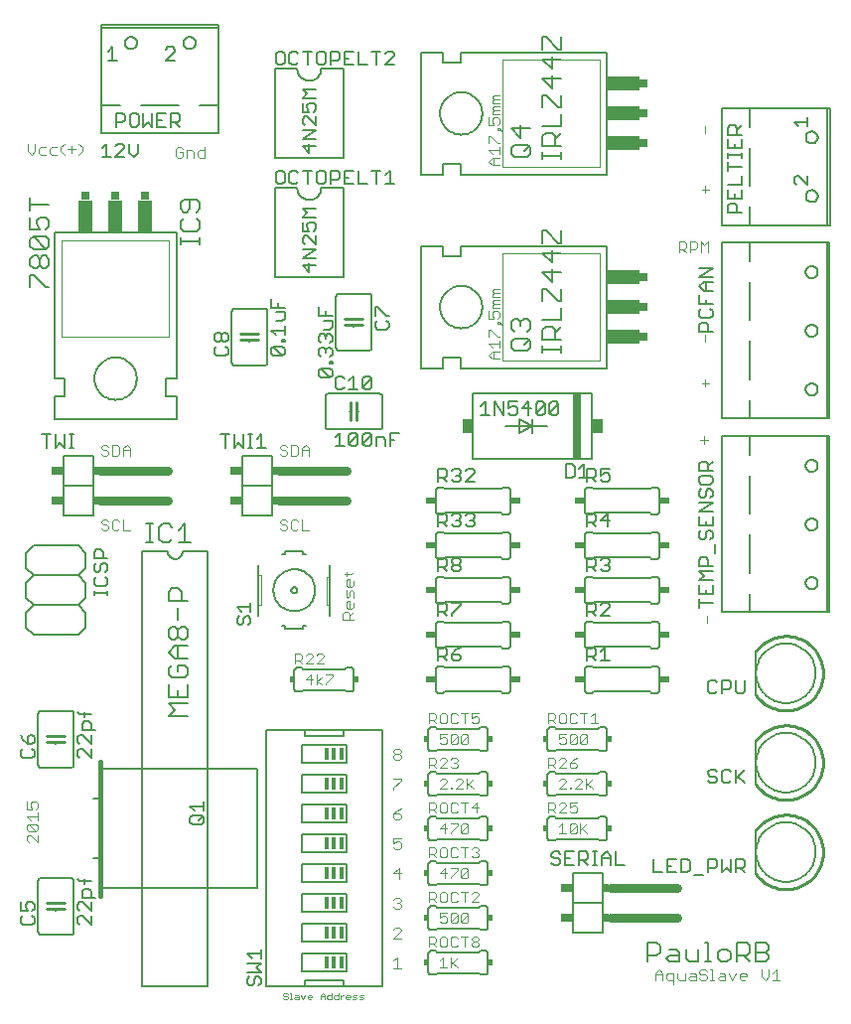
<source format=gto>
G75*
%MOIN*%
%OFA0B0*%
%FSLAX24Y24*%
%IPPOS*%
%LPD*%
%AMOC8*
5,1,8,0,0,1.08239X$1,22.5*
%
%ADD10C,0.0060*%
%ADD11C,0.0030*%
%ADD12C,0.0020*%
%ADD13R,0.0150X0.0200*%
%ADD14C,0.0040*%
%ADD15C,0.0160*%
%ADD16C,0.0050*%
%ADD17C,0.0100*%
%ADD18C,0.0070*%
%ADD19R,0.0250X0.0300*%
%ADD20R,0.1100X0.0500*%
%ADD21C,0.0080*%
%ADD22R,0.0300X0.0250*%
%ADD23R,0.0500X0.1100*%
%ADD24C,0.0300*%
%ADD25R,0.0200X0.0300*%
%ADD26R,0.0400X0.0300*%
%ADD27R,0.0340X0.0240*%
%ADD28R,0.0300X0.2200*%
%ADD29R,0.0350X0.0500*%
%ADD30R,0.0150X0.0400*%
D10*
X001100Y002544D02*
X002100Y002544D01*
X002117Y002546D01*
X002134Y002550D01*
X002150Y002557D01*
X002164Y002567D01*
X002177Y002580D01*
X002187Y002594D01*
X002194Y002610D01*
X002198Y002627D01*
X002200Y002644D01*
X002200Y004344D01*
X002198Y004361D01*
X002194Y004378D01*
X002187Y004394D01*
X002177Y004408D01*
X002164Y004421D01*
X002150Y004431D01*
X002134Y004438D01*
X002117Y004442D01*
X002100Y004444D01*
X001100Y004444D01*
X001083Y004442D01*
X001066Y004438D01*
X001050Y004431D01*
X001036Y004421D01*
X001023Y004408D01*
X001013Y004394D01*
X001006Y004378D01*
X001002Y004361D01*
X001000Y004344D01*
X001000Y002644D01*
X001002Y002627D01*
X001006Y002610D01*
X001013Y002594D01*
X001023Y002580D01*
X001036Y002567D01*
X001050Y002557D01*
X001066Y002550D01*
X001083Y002546D01*
X001100Y002544D01*
X001600Y003344D02*
X001600Y003394D01*
X001600Y003594D02*
X001600Y003644D01*
X003100Y004100D02*
X008350Y004100D01*
X008350Y008100D01*
X003100Y008100D01*
X002200Y008250D02*
X002200Y009950D01*
X002198Y009967D01*
X002194Y009984D01*
X002187Y010000D01*
X002177Y010014D01*
X002164Y010027D01*
X002150Y010037D01*
X002134Y010044D01*
X002117Y010048D01*
X002100Y010050D01*
X001100Y010050D01*
X001083Y010048D01*
X001066Y010044D01*
X001050Y010037D01*
X001036Y010027D01*
X001023Y010014D01*
X001013Y010000D01*
X001006Y009984D01*
X001002Y009967D01*
X001000Y009950D01*
X001000Y008250D01*
X001002Y008233D01*
X001006Y008216D01*
X001013Y008200D01*
X001023Y008186D01*
X001036Y008173D01*
X001050Y008163D01*
X001066Y008156D01*
X001083Y008152D01*
X001100Y008150D01*
X002100Y008150D01*
X002117Y008152D01*
X002134Y008156D01*
X002150Y008163D01*
X002164Y008173D01*
X002177Y008186D01*
X002187Y008200D01*
X002194Y008216D01*
X002198Y008233D01*
X002200Y008250D01*
X001600Y008950D02*
X001600Y009000D01*
X001600Y009200D02*
X001600Y009250D01*
X002850Y007100D02*
X003100Y007100D01*
X003100Y005100D02*
X002850Y005100D01*
X004500Y000800D02*
X006700Y000800D01*
X006700Y015400D01*
X005850Y015400D01*
X005848Y015370D01*
X005843Y015340D01*
X005834Y015311D01*
X005821Y015284D01*
X005806Y015258D01*
X005787Y015234D01*
X005766Y015213D01*
X005742Y015194D01*
X005716Y015179D01*
X005689Y015166D01*
X005660Y015157D01*
X005630Y015152D01*
X005600Y015150D01*
X005570Y015152D01*
X005540Y015157D01*
X005511Y015166D01*
X005484Y015179D01*
X005458Y015194D01*
X005434Y015213D01*
X005413Y015234D01*
X005394Y015258D01*
X005379Y015284D01*
X005366Y015311D01*
X005357Y015340D01*
X005352Y015370D01*
X005350Y015400D01*
X004500Y015400D01*
X004500Y000800D01*
X008650Y000800D02*
X009950Y000800D01*
X011250Y000800D01*
X012550Y000800D01*
X012550Y009400D01*
X011250Y009400D01*
X009950Y009400D01*
X008650Y009400D01*
X008650Y000800D01*
X009850Y001300D02*
X009850Y001900D01*
X011350Y001900D01*
X011350Y001300D01*
X009850Y001300D01*
X009950Y001000D02*
X009950Y000800D01*
X009950Y001000D02*
X011250Y001000D01*
X011250Y000800D01*
X011350Y002300D02*
X011350Y002900D01*
X009850Y002900D01*
X009850Y002300D01*
X011350Y002300D01*
X011350Y003300D02*
X011350Y003900D01*
X009850Y003900D01*
X009850Y003300D01*
X011350Y003300D01*
X011350Y004300D02*
X011350Y004900D01*
X009850Y004900D01*
X009850Y004300D01*
X011350Y004300D01*
X011350Y005300D02*
X011350Y005900D01*
X009850Y005900D01*
X009850Y005300D01*
X011350Y005300D01*
X011350Y006300D02*
X011350Y006900D01*
X009850Y006900D01*
X009850Y006300D01*
X011350Y006300D01*
X011350Y007300D02*
X011350Y007900D01*
X009850Y007900D01*
X009850Y007300D01*
X011350Y007300D01*
X011350Y008300D02*
X011350Y008900D01*
X009850Y008900D01*
X009850Y008300D01*
X011350Y008300D01*
X011250Y009200D02*
X011250Y009400D01*
X011250Y009200D02*
X009950Y009200D01*
X009950Y009400D01*
X009850Y010700D02*
X009900Y010750D01*
X011300Y010750D01*
X011350Y010700D01*
X011500Y010700D01*
X011517Y010702D01*
X011534Y010706D01*
X011550Y010713D01*
X011564Y010723D01*
X011577Y010736D01*
X011587Y010750D01*
X011594Y010766D01*
X011598Y010783D01*
X011600Y010800D01*
X011600Y011400D01*
X011598Y011417D01*
X011594Y011434D01*
X011587Y011450D01*
X011577Y011464D01*
X011564Y011477D01*
X011550Y011487D01*
X011534Y011494D01*
X011517Y011498D01*
X011500Y011500D01*
X011350Y011500D01*
X011300Y011450D01*
X009900Y011450D01*
X009850Y011500D01*
X009700Y011500D01*
X009683Y011498D01*
X009666Y011494D01*
X009650Y011487D01*
X009636Y011477D01*
X009623Y011464D01*
X009613Y011450D01*
X009606Y011434D01*
X009602Y011417D01*
X009600Y011400D01*
X009600Y010800D01*
X009602Y010783D01*
X009606Y010766D01*
X009613Y010750D01*
X009623Y010736D01*
X009636Y010723D01*
X009650Y010713D01*
X009666Y010706D01*
X009683Y010702D01*
X009700Y010700D01*
X009850Y010700D01*
X009900Y012800D02*
X009300Y012800D01*
X009300Y012900D01*
X009200Y012900D01*
X009900Y012900D02*
X010000Y012900D01*
X009900Y012900D02*
X009900Y012800D01*
X010800Y013250D02*
X010800Y013600D01*
X010800Y014550D01*
X010800Y014950D01*
X010000Y015300D02*
X009900Y015300D01*
X009900Y015400D01*
X009300Y015400D01*
X009300Y015300D01*
X009200Y015300D01*
X008400Y014950D02*
X008400Y014600D01*
X008400Y013600D01*
X008400Y013250D01*
X009500Y014100D02*
X009502Y014120D01*
X009508Y014138D01*
X009517Y014156D01*
X009529Y014171D01*
X009544Y014183D01*
X009562Y014192D01*
X009580Y014198D01*
X009600Y014200D01*
X009620Y014198D01*
X009638Y014192D01*
X009656Y014183D01*
X009671Y014171D01*
X009683Y014156D01*
X009692Y014138D01*
X009698Y014120D01*
X009700Y014100D01*
X009698Y014080D01*
X009692Y014062D01*
X009683Y014044D01*
X009671Y014029D01*
X009656Y014017D01*
X009638Y014008D01*
X009620Y014002D01*
X009600Y014000D01*
X009580Y014002D01*
X009562Y014008D01*
X009544Y014017D01*
X009529Y014029D01*
X009517Y014044D01*
X009508Y014062D01*
X009502Y014080D01*
X009500Y014100D01*
X008900Y014100D02*
X008902Y014152D01*
X008908Y014204D01*
X008918Y014256D01*
X008931Y014306D01*
X008948Y014356D01*
X008969Y014404D01*
X008994Y014450D01*
X009022Y014494D01*
X009053Y014536D01*
X009087Y014576D01*
X009124Y014613D01*
X009164Y014647D01*
X009206Y014678D01*
X009250Y014706D01*
X009296Y014731D01*
X009344Y014752D01*
X009394Y014769D01*
X009444Y014782D01*
X009496Y014792D01*
X009548Y014798D01*
X009600Y014800D01*
X009652Y014798D01*
X009704Y014792D01*
X009756Y014782D01*
X009806Y014769D01*
X009856Y014752D01*
X009904Y014731D01*
X009950Y014706D01*
X009994Y014678D01*
X010036Y014647D01*
X010076Y014613D01*
X010113Y014576D01*
X010147Y014536D01*
X010178Y014494D01*
X010206Y014450D01*
X010231Y014404D01*
X010252Y014356D01*
X010269Y014306D01*
X010282Y014256D01*
X010292Y014204D01*
X010298Y014152D01*
X010300Y014100D01*
X010298Y014048D01*
X010292Y013996D01*
X010282Y013944D01*
X010269Y013894D01*
X010252Y013844D01*
X010231Y013796D01*
X010206Y013750D01*
X010178Y013706D01*
X010147Y013664D01*
X010113Y013624D01*
X010076Y013587D01*
X010036Y013553D01*
X009994Y013522D01*
X009950Y013494D01*
X009904Y013469D01*
X009856Y013448D01*
X009806Y013431D01*
X009756Y013418D01*
X009704Y013408D01*
X009652Y013402D01*
X009600Y013400D01*
X009548Y013402D01*
X009496Y013408D01*
X009444Y013418D01*
X009394Y013431D01*
X009344Y013448D01*
X009296Y013469D01*
X009250Y013494D01*
X009206Y013522D01*
X009164Y013553D01*
X009124Y013587D01*
X009087Y013624D01*
X009053Y013664D01*
X009022Y013706D01*
X008994Y013750D01*
X008969Y013796D01*
X008948Y013844D01*
X008931Y013894D01*
X008918Y013944D01*
X008908Y013996D01*
X008902Y014048D01*
X008900Y014100D01*
X008850Y016600D02*
X007850Y016600D01*
X007850Y017600D01*
X008850Y017600D01*
X008850Y016600D01*
X008850Y017600D02*
X008850Y018600D01*
X007850Y018600D01*
X007850Y017600D01*
X005650Y019850D02*
X005650Y020600D01*
X005300Y020600D01*
X005300Y021200D01*
X005650Y021200D01*
X005650Y026100D01*
X001550Y026100D01*
X001550Y021200D01*
X001900Y021200D01*
X001900Y020600D01*
X001550Y020600D01*
X001550Y019850D01*
X005650Y019850D01*
X007500Y021750D02*
X007500Y023450D01*
X007502Y023467D01*
X007506Y023484D01*
X007513Y023500D01*
X007523Y023514D01*
X007536Y023527D01*
X007550Y023537D01*
X007566Y023544D01*
X007583Y023548D01*
X007600Y023550D01*
X008600Y023550D01*
X008617Y023548D01*
X008634Y023544D01*
X008650Y023537D01*
X008664Y023527D01*
X008677Y023514D01*
X008687Y023500D01*
X008694Y023484D01*
X008698Y023467D01*
X008700Y023450D01*
X008700Y021750D01*
X008698Y021733D01*
X008694Y021716D01*
X008687Y021700D01*
X008677Y021686D01*
X008664Y021673D01*
X008650Y021663D01*
X008634Y021656D01*
X008617Y021652D01*
X008600Y021650D01*
X007600Y021650D01*
X007583Y021652D01*
X007566Y021656D01*
X007550Y021663D01*
X007536Y021673D01*
X007523Y021686D01*
X007513Y021700D01*
X007506Y021716D01*
X007502Y021733D01*
X007500Y021750D01*
X008100Y022450D02*
X008100Y022500D01*
X008100Y022700D02*
X008100Y022750D01*
X008950Y024600D02*
X011250Y024600D01*
X011250Y027600D01*
X010500Y027600D01*
X010498Y027561D01*
X010492Y027522D01*
X010483Y027484D01*
X010470Y027447D01*
X010453Y027411D01*
X010433Y027378D01*
X010409Y027346D01*
X010383Y027317D01*
X010354Y027291D01*
X010322Y027267D01*
X010289Y027247D01*
X010253Y027230D01*
X010216Y027217D01*
X010178Y027208D01*
X010139Y027202D01*
X010100Y027200D01*
X010061Y027202D01*
X010022Y027208D01*
X009984Y027217D01*
X009947Y027230D01*
X009911Y027247D01*
X009878Y027267D01*
X009846Y027291D01*
X009817Y027317D01*
X009791Y027346D01*
X009767Y027378D01*
X009747Y027411D01*
X009730Y027447D01*
X009717Y027484D01*
X009708Y027522D01*
X009702Y027561D01*
X009700Y027600D01*
X008950Y027600D01*
X008950Y024600D01*
X011000Y023950D02*
X011000Y022250D01*
X011002Y022233D01*
X011006Y022216D01*
X011013Y022200D01*
X011023Y022186D01*
X011036Y022173D01*
X011050Y022163D01*
X011066Y022156D01*
X011083Y022152D01*
X011100Y022150D01*
X012100Y022150D01*
X012117Y022152D01*
X012134Y022156D01*
X012150Y022163D01*
X012164Y022173D01*
X012177Y022186D01*
X012187Y022200D01*
X012194Y022216D01*
X012198Y022233D01*
X012200Y022250D01*
X012200Y023950D01*
X012198Y023967D01*
X012194Y023984D01*
X012187Y024000D01*
X012177Y024014D01*
X012164Y024027D01*
X012150Y024037D01*
X012134Y024044D01*
X012117Y024048D01*
X012100Y024050D01*
X011100Y024050D01*
X011083Y024048D01*
X011066Y024044D01*
X011050Y024037D01*
X011036Y024027D01*
X011023Y024014D01*
X011013Y024000D01*
X011006Y023984D01*
X011002Y023967D01*
X011000Y023950D01*
X011600Y023250D02*
X011600Y023200D01*
X011600Y023000D02*
X011600Y022950D01*
X010750Y020700D02*
X012450Y020700D01*
X012467Y020698D01*
X012484Y020694D01*
X012500Y020687D01*
X012514Y020677D01*
X012527Y020664D01*
X012537Y020650D01*
X012544Y020634D01*
X012548Y020617D01*
X012550Y020600D01*
X012550Y019600D01*
X012548Y019583D01*
X012544Y019566D01*
X012537Y019550D01*
X012527Y019536D01*
X012514Y019523D01*
X012500Y019513D01*
X012484Y019506D01*
X012467Y019502D01*
X012450Y019500D01*
X010750Y019500D01*
X010733Y019502D01*
X010716Y019506D01*
X010700Y019513D01*
X010686Y019523D01*
X010673Y019536D01*
X010663Y019550D01*
X010656Y019566D01*
X010652Y019583D01*
X010650Y019600D01*
X010650Y020600D01*
X010652Y020617D01*
X010656Y020634D01*
X010663Y020650D01*
X010673Y020664D01*
X010686Y020677D01*
X010700Y020687D01*
X010716Y020694D01*
X010733Y020698D01*
X010750Y020700D01*
X011450Y020100D02*
X011500Y020100D01*
X011700Y020100D02*
X011750Y020100D01*
X013850Y021550D02*
X014600Y021550D01*
X014600Y021900D01*
X015200Y021900D01*
X015200Y021550D01*
X020100Y021550D01*
X020100Y025650D01*
X015200Y025650D01*
X015200Y025300D01*
X014600Y025300D01*
X014600Y025650D01*
X013850Y025650D01*
X013850Y021550D01*
X015600Y020700D02*
X019600Y020700D01*
X019600Y018500D01*
X015600Y018500D01*
X015600Y020700D01*
X016700Y019600D02*
X017600Y019600D01*
X017600Y019830D01*
X017600Y019600D02*
X017150Y019830D01*
X017150Y019370D01*
X017600Y019600D01*
X017600Y019370D01*
X017600Y019600D02*
X018100Y019600D01*
X016750Y017550D02*
X016600Y017550D01*
X016550Y017500D01*
X014650Y017500D01*
X014600Y017550D01*
X014450Y017550D01*
X014433Y017548D01*
X014416Y017544D01*
X014400Y017537D01*
X014386Y017527D01*
X014373Y017514D01*
X014363Y017500D01*
X014356Y017484D01*
X014352Y017467D01*
X014350Y017450D01*
X014350Y016750D01*
X014352Y016733D01*
X014356Y016716D01*
X014363Y016700D01*
X014373Y016686D01*
X014386Y016673D01*
X014400Y016663D01*
X014416Y016656D01*
X014433Y016652D01*
X014450Y016650D01*
X014600Y016650D01*
X014650Y016700D01*
X016550Y016700D01*
X016600Y016650D01*
X016750Y016650D01*
X016767Y016652D01*
X016784Y016656D01*
X016800Y016663D01*
X016814Y016673D01*
X016827Y016686D01*
X016837Y016700D01*
X016844Y016716D01*
X016848Y016733D01*
X016850Y016750D01*
X016850Y017450D01*
X016848Y017467D01*
X016844Y017484D01*
X016837Y017500D01*
X016827Y017514D01*
X016814Y017527D01*
X016800Y017537D01*
X016784Y017544D01*
X016767Y017548D01*
X016750Y017550D01*
X016750Y016050D02*
X016600Y016050D01*
X016550Y016000D01*
X014650Y016000D01*
X014600Y016050D01*
X014450Y016050D01*
X014433Y016048D01*
X014416Y016044D01*
X014400Y016037D01*
X014386Y016027D01*
X014373Y016014D01*
X014363Y016000D01*
X014356Y015984D01*
X014352Y015967D01*
X014350Y015950D01*
X014350Y015250D01*
X014352Y015233D01*
X014356Y015216D01*
X014363Y015200D01*
X014373Y015186D01*
X014386Y015173D01*
X014400Y015163D01*
X014416Y015156D01*
X014433Y015152D01*
X014450Y015150D01*
X014600Y015150D01*
X014650Y015200D01*
X016550Y015200D01*
X016600Y015150D01*
X016750Y015150D01*
X016767Y015152D01*
X016784Y015156D01*
X016800Y015163D01*
X016814Y015173D01*
X016827Y015186D01*
X016837Y015200D01*
X016844Y015216D01*
X016848Y015233D01*
X016850Y015250D01*
X016850Y015950D01*
X016848Y015967D01*
X016844Y015984D01*
X016837Y016000D01*
X016827Y016014D01*
X016814Y016027D01*
X016800Y016037D01*
X016784Y016044D01*
X016767Y016048D01*
X016750Y016050D01*
X016750Y014550D02*
X016600Y014550D01*
X016550Y014500D01*
X014650Y014500D01*
X014600Y014550D01*
X014450Y014550D01*
X014433Y014548D01*
X014416Y014544D01*
X014400Y014537D01*
X014386Y014527D01*
X014373Y014514D01*
X014363Y014500D01*
X014356Y014484D01*
X014352Y014467D01*
X014350Y014450D01*
X014350Y013750D01*
X014352Y013733D01*
X014356Y013716D01*
X014363Y013700D01*
X014373Y013686D01*
X014386Y013673D01*
X014400Y013663D01*
X014416Y013656D01*
X014433Y013652D01*
X014450Y013650D01*
X014600Y013650D01*
X014650Y013700D01*
X016550Y013700D01*
X016600Y013650D01*
X016750Y013650D01*
X016767Y013652D01*
X016784Y013656D01*
X016800Y013663D01*
X016814Y013673D01*
X016827Y013686D01*
X016837Y013700D01*
X016844Y013716D01*
X016848Y013733D01*
X016850Y013750D01*
X016850Y014450D01*
X016848Y014467D01*
X016844Y014484D01*
X016837Y014500D01*
X016827Y014514D01*
X016814Y014527D01*
X016800Y014537D01*
X016784Y014544D01*
X016767Y014548D01*
X016750Y014550D01*
X016750Y013050D02*
X016600Y013050D01*
X016550Y013000D01*
X014650Y013000D01*
X014600Y013050D01*
X014450Y013050D01*
X014433Y013048D01*
X014416Y013044D01*
X014400Y013037D01*
X014386Y013027D01*
X014373Y013014D01*
X014363Y013000D01*
X014356Y012984D01*
X014352Y012967D01*
X014350Y012950D01*
X014350Y012250D01*
X014352Y012233D01*
X014356Y012216D01*
X014363Y012200D01*
X014373Y012186D01*
X014386Y012173D01*
X014400Y012163D01*
X014416Y012156D01*
X014433Y012152D01*
X014450Y012150D01*
X014600Y012150D01*
X014650Y012200D01*
X016550Y012200D01*
X016600Y012150D01*
X016750Y012150D01*
X016767Y012152D01*
X016784Y012156D01*
X016800Y012163D01*
X016814Y012173D01*
X016827Y012186D01*
X016837Y012200D01*
X016844Y012216D01*
X016848Y012233D01*
X016850Y012250D01*
X016850Y012950D01*
X016848Y012967D01*
X016844Y012984D01*
X016837Y013000D01*
X016827Y013014D01*
X016814Y013027D01*
X016800Y013037D01*
X016784Y013044D01*
X016767Y013048D01*
X016750Y013050D01*
X016750Y011550D02*
X016600Y011550D01*
X016550Y011500D01*
X014650Y011500D01*
X014600Y011550D01*
X014450Y011550D01*
X014433Y011548D01*
X014416Y011544D01*
X014400Y011537D01*
X014386Y011527D01*
X014373Y011514D01*
X014363Y011500D01*
X014356Y011484D01*
X014352Y011467D01*
X014350Y011450D01*
X014350Y010750D01*
X014352Y010733D01*
X014356Y010716D01*
X014363Y010700D01*
X014373Y010686D01*
X014386Y010673D01*
X014400Y010663D01*
X014416Y010656D01*
X014433Y010652D01*
X014450Y010650D01*
X014600Y010650D01*
X014650Y010700D01*
X016550Y010700D01*
X016600Y010650D01*
X016750Y010650D01*
X016767Y010652D01*
X016784Y010656D01*
X016800Y010663D01*
X016814Y010673D01*
X016827Y010686D01*
X016837Y010700D01*
X016844Y010716D01*
X016848Y010733D01*
X016850Y010750D01*
X016850Y011450D01*
X016848Y011467D01*
X016844Y011484D01*
X016837Y011500D01*
X016827Y011514D01*
X016814Y011527D01*
X016800Y011537D01*
X016784Y011544D01*
X016767Y011548D01*
X016750Y011550D01*
X016000Y009500D02*
X015850Y009500D01*
X015800Y009450D01*
X014400Y009450D01*
X014350Y009500D01*
X014200Y009500D01*
X014183Y009498D01*
X014166Y009494D01*
X014150Y009487D01*
X014136Y009477D01*
X014123Y009464D01*
X014113Y009450D01*
X014106Y009434D01*
X014102Y009417D01*
X014100Y009400D01*
X014100Y008800D01*
X014102Y008783D01*
X014106Y008766D01*
X014113Y008750D01*
X014123Y008736D01*
X014136Y008723D01*
X014150Y008713D01*
X014166Y008706D01*
X014183Y008702D01*
X014200Y008700D01*
X014350Y008700D01*
X014400Y008750D01*
X015800Y008750D01*
X015850Y008700D01*
X016000Y008700D01*
X016017Y008702D01*
X016034Y008706D01*
X016050Y008713D01*
X016064Y008723D01*
X016077Y008736D01*
X016087Y008750D01*
X016094Y008766D01*
X016098Y008783D01*
X016100Y008800D01*
X016100Y009400D01*
X016098Y009417D01*
X016094Y009434D01*
X016087Y009450D01*
X016077Y009464D01*
X016064Y009477D01*
X016050Y009487D01*
X016034Y009494D01*
X016017Y009498D01*
X016000Y009500D01*
X016000Y008000D02*
X015850Y008000D01*
X015800Y007950D01*
X014400Y007950D01*
X014350Y008000D01*
X014200Y008000D01*
X014183Y007998D01*
X014166Y007994D01*
X014150Y007987D01*
X014136Y007977D01*
X014123Y007964D01*
X014113Y007950D01*
X014106Y007934D01*
X014102Y007917D01*
X014100Y007900D01*
X014100Y007300D01*
X014102Y007283D01*
X014106Y007266D01*
X014113Y007250D01*
X014123Y007236D01*
X014136Y007223D01*
X014150Y007213D01*
X014166Y007206D01*
X014183Y007202D01*
X014200Y007200D01*
X014350Y007200D01*
X014400Y007250D01*
X015800Y007250D01*
X015850Y007200D01*
X016000Y007200D01*
X016017Y007202D01*
X016034Y007206D01*
X016050Y007213D01*
X016064Y007223D01*
X016077Y007236D01*
X016087Y007250D01*
X016094Y007266D01*
X016098Y007283D01*
X016100Y007300D01*
X016100Y007900D01*
X016098Y007917D01*
X016094Y007934D01*
X016087Y007950D01*
X016077Y007964D01*
X016064Y007977D01*
X016050Y007987D01*
X016034Y007994D01*
X016017Y007998D01*
X016000Y008000D01*
X016000Y006500D02*
X015850Y006500D01*
X015800Y006450D01*
X014400Y006450D01*
X014350Y006500D01*
X014200Y006500D01*
X014183Y006498D01*
X014166Y006494D01*
X014150Y006487D01*
X014136Y006477D01*
X014123Y006464D01*
X014113Y006450D01*
X014106Y006434D01*
X014102Y006417D01*
X014100Y006400D01*
X014100Y005800D01*
X014102Y005783D01*
X014106Y005766D01*
X014113Y005750D01*
X014123Y005736D01*
X014136Y005723D01*
X014150Y005713D01*
X014166Y005706D01*
X014183Y005702D01*
X014200Y005700D01*
X014350Y005700D01*
X014400Y005750D01*
X015800Y005750D01*
X015850Y005700D01*
X016000Y005700D01*
X016017Y005702D01*
X016034Y005706D01*
X016050Y005713D01*
X016064Y005723D01*
X016077Y005736D01*
X016087Y005750D01*
X016094Y005766D01*
X016098Y005783D01*
X016100Y005800D01*
X016100Y006400D01*
X016098Y006417D01*
X016094Y006434D01*
X016087Y006450D01*
X016077Y006464D01*
X016064Y006477D01*
X016050Y006487D01*
X016034Y006494D01*
X016017Y006498D01*
X016000Y006500D01*
X016000Y005000D02*
X015850Y005000D01*
X015800Y004950D01*
X014400Y004950D01*
X014350Y005000D01*
X014200Y005000D01*
X014183Y004998D01*
X014166Y004994D01*
X014150Y004987D01*
X014136Y004977D01*
X014123Y004964D01*
X014113Y004950D01*
X014106Y004934D01*
X014102Y004917D01*
X014100Y004900D01*
X014100Y004300D01*
X014102Y004283D01*
X014106Y004266D01*
X014113Y004250D01*
X014123Y004236D01*
X014136Y004223D01*
X014150Y004213D01*
X014166Y004206D01*
X014183Y004202D01*
X014200Y004200D01*
X014350Y004200D01*
X014400Y004250D01*
X015800Y004250D01*
X015850Y004200D01*
X016000Y004200D01*
X016017Y004202D01*
X016034Y004206D01*
X016050Y004213D01*
X016064Y004223D01*
X016077Y004236D01*
X016087Y004250D01*
X016094Y004266D01*
X016098Y004283D01*
X016100Y004300D01*
X016100Y004900D01*
X016098Y004917D01*
X016094Y004934D01*
X016087Y004950D01*
X016077Y004964D01*
X016064Y004977D01*
X016050Y004987D01*
X016034Y004994D01*
X016017Y004998D01*
X016000Y005000D01*
X016000Y003500D02*
X015850Y003500D01*
X015800Y003450D01*
X014400Y003450D01*
X014350Y003500D01*
X014200Y003500D01*
X014183Y003498D01*
X014166Y003494D01*
X014150Y003487D01*
X014136Y003477D01*
X014123Y003464D01*
X014113Y003450D01*
X014106Y003434D01*
X014102Y003417D01*
X014100Y003400D01*
X014100Y002800D01*
X014102Y002783D01*
X014106Y002766D01*
X014113Y002750D01*
X014123Y002736D01*
X014136Y002723D01*
X014150Y002713D01*
X014166Y002706D01*
X014183Y002702D01*
X014200Y002700D01*
X014350Y002700D01*
X014400Y002750D01*
X015800Y002750D01*
X015850Y002700D01*
X016000Y002700D01*
X016017Y002702D01*
X016034Y002706D01*
X016050Y002713D01*
X016064Y002723D01*
X016077Y002736D01*
X016087Y002750D01*
X016094Y002766D01*
X016098Y002783D01*
X016100Y002800D01*
X016100Y003400D01*
X016098Y003417D01*
X016094Y003434D01*
X016087Y003450D01*
X016077Y003464D01*
X016064Y003477D01*
X016050Y003487D01*
X016034Y003494D01*
X016017Y003498D01*
X016000Y003500D01*
X016000Y002000D02*
X015850Y002000D01*
X015800Y001950D01*
X014400Y001950D01*
X014350Y002000D01*
X014200Y002000D01*
X014183Y001998D01*
X014166Y001994D01*
X014150Y001987D01*
X014136Y001977D01*
X014123Y001964D01*
X014113Y001950D01*
X014106Y001934D01*
X014102Y001917D01*
X014100Y001900D01*
X014100Y001300D01*
X014102Y001283D01*
X014106Y001266D01*
X014113Y001250D01*
X014123Y001236D01*
X014136Y001223D01*
X014150Y001213D01*
X014166Y001206D01*
X014183Y001202D01*
X014200Y001200D01*
X014350Y001200D01*
X014400Y001250D01*
X015800Y001250D01*
X015850Y001200D01*
X016000Y001200D01*
X016017Y001202D01*
X016034Y001206D01*
X016050Y001213D01*
X016064Y001223D01*
X016077Y001236D01*
X016087Y001250D01*
X016094Y001266D01*
X016098Y001283D01*
X016100Y001300D01*
X016100Y001900D01*
X016098Y001917D01*
X016094Y001934D01*
X016087Y001950D01*
X016077Y001964D01*
X016064Y001977D01*
X016050Y001987D01*
X016034Y001994D01*
X016017Y001998D01*
X016000Y002000D01*
X018956Y002600D02*
X019956Y002600D01*
X019956Y003600D01*
X019956Y004600D01*
X018956Y004600D01*
X018956Y003600D01*
X018956Y002600D01*
X018956Y003600D02*
X019956Y003600D01*
X021449Y002271D02*
X021449Y001630D01*
X021449Y001844D02*
X021769Y001844D01*
X021876Y001950D01*
X021876Y002164D01*
X021769Y002271D01*
X021449Y002271D01*
X022200Y002057D02*
X022414Y002057D01*
X022520Y001950D01*
X022520Y001630D01*
X022200Y001630D01*
X022093Y001737D01*
X022200Y001844D01*
X022520Y001844D01*
X022738Y001737D02*
X022738Y002057D01*
X022738Y001737D02*
X022845Y001630D01*
X023165Y001630D01*
X023165Y002057D01*
X023383Y002271D02*
X023489Y002271D01*
X023489Y001630D01*
X023383Y001630D02*
X023596Y001630D01*
X023812Y001737D02*
X023919Y001630D01*
X024133Y001630D01*
X024239Y001737D01*
X024239Y001950D01*
X024133Y002057D01*
X023919Y002057D01*
X023812Y001950D01*
X023812Y001737D01*
X024457Y001844D02*
X024777Y001844D01*
X024884Y001950D01*
X024884Y002164D01*
X024777Y002271D01*
X024457Y002271D01*
X024457Y001630D01*
X024670Y001844D02*
X024884Y001630D01*
X025101Y001630D02*
X025422Y001630D01*
X025528Y001737D01*
X025528Y001844D01*
X025422Y001950D01*
X025101Y001950D01*
X025101Y001630D02*
X025101Y002271D01*
X025422Y002271D01*
X025528Y002164D01*
X025528Y002057D01*
X025422Y001950D01*
X025100Y005313D02*
X025102Y005376D01*
X025108Y005438D01*
X025118Y005500D01*
X025131Y005562D01*
X025149Y005622D01*
X025170Y005681D01*
X025195Y005739D01*
X025224Y005795D01*
X025256Y005849D01*
X025291Y005901D01*
X025329Y005950D01*
X025371Y005998D01*
X025415Y006042D01*
X025463Y006084D01*
X025512Y006122D01*
X025564Y006157D01*
X025618Y006189D01*
X025674Y006218D01*
X025732Y006243D01*
X025791Y006264D01*
X025851Y006282D01*
X025913Y006295D01*
X025975Y006305D01*
X026037Y006311D01*
X026100Y006313D01*
X026163Y006311D01*
X026225Y006305D01*
X026287Y006295D01*
X026349Y006282D01*
X026409Y006264D01*
X026468Y006243D01*
X026526Y006218D01*
X026582Y006189D01*
X026636Y006157D01*
X026688Y006122D01*
X026737Y006084D01*
X026785Y006042D01*
X026829Y005998D01*
X026871Y005950D01*
X026909Y005901D01*
X026944Y005849D01*
X026976Y005795D01*
X027005Y005739D01*
X027030Y005681D01*
X027051Y005622D01*
X027069Y005562D01*
X027082Y005500D01*
X027092Y005438D01*
X027098Y005376D01*
X027100Y005313D01*
X027098Y005250D01*
X027092Y005188D01*
X027082Y005126D01*
X027069Y005064D01*
X027051Y005004D01*
X027030Y004945D01*
X027005Y004887D01*
X026976Y004831D01*
X026944Y004777D01*
X026909Y004725D01*
X026871Y004676D01*
X026829Y004628D01*
X026785Y004584D01*
X026737Y004542D01*
X026688Y004504D01*
X026636Y004469D01*
X026582Y004437D01*
X026526Y004408D01*
X026468Y004383D01*
X026409Y004362D01*
X026349Y004344D01*
X026287Y004331D01*
X026225Y004321D01*
X026163Y004315D01*
X026100Y004313D01*
X026037Y004315D01*
X025975Y004321D01*
X025913Y004331D01*
X025851Y004344D01*
X025791Y004362D01*
X025732Y004383D01*
X025674Y004408D01*
X025618Y004437D01*
X025564Y004469D01*
X025512Y004504D01*
X025463Y004542D01*
X025415Y004584D01*
X025371Y004628D01*
X025329Y004676D01*
X025291Y004725D01*
X025256Y004777D01*
X025224Y004831D01*
X025195Y004887D01*
X025170Y004945D01*
X025149Y005004D01*
X025131Y005064D01*
X025118Y005126D01*
X025108Y005188D01*
X025102Y005250D01*
X025100Y005313D01*
X025100Y008313D02*
X025102Y008376D01*
X025108Y008438D01*
X025118Y008500D01*
X025131Y008562D01*
X025149Y008622D01*
X025170Y008681D01*
X025195Y008739D01*
X025224Y008795D01*
X025256Y008849D01*
X025291Y008901D01*
X025329Y008950D01*
X025371Y008998D01*
X025415Y009042D01*
X025463Y009084D01*
X025512Y009122D01*
X025564Y009157D01*
X025618Y009189D01*
X025674Y009218D01*
X025732Y009243D01*
X025791Y009264D01*
X025851Y009282D01*
X025913Y009295D01*
X025975Y009305D01*
X026037Y009311D01*
X026100Y009313D01*
X026163Y009311D01*
X026225Y009305D01*
X026287Y009295D01*
X026349Y009282D01*
X026409Y009264D01*
X026468Y009243D01*
X026526Y009218D01*
X026582Y009189D01*
X026636Y009157D01*
X026688Y009122D01*
X026737Y009084D01*
X026785Y009042D01*
X026829Y008998D01*
X026871Y008950D01*
X026909Y008901D01*
X026944Y008849D01*
X026976Y008795D01*
X027005Y008739D01*
X027030Y008681D01*
X027051Y008622D01*
X027069Y008562D01*
X027082Y008500D01*
X027092Y008438D01*
X027098Y008376D01*
X027100Y008313D01*
X027098Y008250D01*
X027092Y008188D01*
X027082Y008126D01*
X027069Y008064D01*
X027051Y008004D01*
X027030Y007945D01*
X027005Y007887D01*
X026976Y007831D01*
X026944Y007777D01*
X026909Y007725D01*
X026871Y007676D01*
X026829Y007628D01*
X026785Y007584D01*
X026737Y007542D01*
X026688Y007504D01*
X026636Y007469D01*
X026582Y007437D01*
X026526Y007408D01*
X026468Y007383D01*
X026409Y007362D01*
X026349Y007344D01*
X026287Y007331D01*
X026225Y007321D01*
X026163Y007315D01*
X026100Y007313D01*
X026037Y007315D01*
X025975Y007321D01*
X025913Y007331D01*
X025851Y007344D01*
X025791Y007362D01*
X025732Y007383D01*
X025674Y007408D01*
X025618Y007437D01*
X025564Y007469D01*
X025512Y007504D01*
X025463Y007542D01*
X025415Y007584D01*
X025371Y007628D01*
X025329Y007676D01*
X025291Y007725D01*
X025256Y007777D01*
X025224Y007831D01*
X025195Y007887D01*
X025170Y007945D01*
X025149Y008004D01*
X025131Y008064D01*
X025118Y008126D01*
X025108Y008188D01*
X025102Y008250D01*
X025100Y008313D01*
X025100Y011313D02*
X025102Y011376D01*
X025108Y011438D01*
X025118Y011500D01*
X025131Y011562D01*
X025149Y011622D01*
X025170Y011681D01*
X025195Y011739D01*
X025224Y011795D01*
X025256Y011849D01*
X025291Y011901D01*
X025329Y011950D01*
X025371Y011998D01*
X025415Y012042D01*
X025463Y012084D01*
X025512Y012122D01*
X025564Y012157D01*
X025618Y012189D01*
X025674Y012218D01*
X025732Y012243D01*
X025791Y012264D01*
X025851Y012282D01*
X025913Y012295D01*
X025975Y012305D01*
X026037Y012311D01*
X026100Y012313D01*
X026163Y012311D01*
X026225Y012305D01*
X026287Y012295D01*
X026349Y012282D01*
X026409Y012264D01*
X026468Y012243D01*
X026526Y012218D01*
X026582Y012189D01*
X026636Y012157D01*
X026688Y012122D01*
X026737Y012084D01*
X026785Y012042D01*
X026829Y011998D01*
X026871Y011950D01*
X026909Y011901D01*
X026944Y011849D01*
X026976Y011795D01*
X027005Y011739D01*
X027030Y011681D01*
X027051Y011622D01*
X027069Y011562D01*
X027082Y011500D01*
X027092Y011438D01*
X027098Y011376D01*
X027100Y011313D01*
X027098Y011250D01*
X027092Y011188D01*
X027082Y011126D01*
X027069Y011064D01*
X027051Y011004D01*
X027030Y010945D01*
X027005Y010887D01*
X026976Y010831D01*
X026944Y010777D01*
X026909Y010725D01*
X026871Y010676D01*
X026829Y010628D01*
X026785Y010584D01*
X026737Y010542D01*
X026688Y010504D01*
X026636Y010469D01*
X026582Y010437D01*
X026526Y010408D01*
X026468Y010383D01*
X026409Y010362D01*
X026349Y010344D01*
X026287Y010331D01*
X026225Y010321D01*
X026163Y010315D01*
X026100Y010313D01*
X026037Y010315D01*
X025975Y010321D01*
X025913Y010331D01*
X025851Y010344D01*
X025791Y010362D01*
X025732Y010383D01*
X025674Y010408D01*
X025618Y010437D01*
X025564Y010469D01*
X025512Y010504D01*
X025463Y010542D01*
X025415Y010584D01*
X025371Y010628D01*
X025329Y010676D01*
X025291Y010725D01*
X025256Y010777D01*
X025224Y010831D01*
X025195Y010887D01*
X025170Y010945D01*
X025149Y011004D01*
X025131Y011064D01*
X025118Y011126D01*
X025108Y011188D01*
X025102Y011250D01*
X025100Y011313D01*
X024882Y013361D02*
X023942Y013361D01*
X023942Y019261D01*
X024882Y019261D01*
X027482Y019261D01*
X027562Y019261D01*
X027562Y013361D01*
X027482Y013361D01*
X024882Y013361D01*
X024882Y013991D01*
X024882Y014691D02*
X024882Y015961D01*
X024882Y016661D02*
X024882Y017931D01*
X024882Y018631D02*
X024882Y019261D01*
X024882Y019861D02*
X027482Y019861D01*
X027482Y025761D01*
X027562Y025761D01*
X027562Y019861D01*
X027482Y019861D01*
X027482Y019261D02*
X027482Y013361D01*
X026762Y014341D02*
X026764Y014369D01*
X026770Y014396D01*
X026779Y014422D01*
X026792Y014447D01*
X026809Y014470D01*
X026828Y014490D01*
X026850Y014507D01*
X026874Y014521D01*
X026900Y014531D01*
X026927Y014538D01*
X026955Y014541D01*
X026983Y014540D01*
X027010Y014535D01*
X027037Y014526D01*
X027062Y014514D01*
X027085Y014499D01*
X027106Y014480D01*
X027124Y014459D01*
X027139Y014435D01*
X027150Y014409D01*
X027158Y014383D01*
X027162Y014355D01*
X027162Y014327D01*
X027158Y014299D01*
X027150Y014273D01*
X027139Y014247D01*
X027124Y014223D01*
X027106Y014202D01*
X027085Y014183D01*
X027062Y014168D01*
X027037Y014156D01*
X027010Y014147D01*
X026983Y014142D01*
X026955Y014141D01*
X026927Y014144D01*
X026900Y014151D01*
X026874Y014161D01*
X026850Y014175D01*
X026828Y014192D01*
X026809Y014212D01*
X026792Y014235D01*
X026779Y014260D01*
X026770Y014286D01*
X026764Y014313D01*
X026762Y014341D01*
X026762Y016311D02*
X026764Y016339D01*
X026770Y016366D01*
X026779Y016392D01*
X026792Y016417D01*
X026809Y016440D01*
X026828Y016460D01*
X026850Y016477D01*
X026874Y016491D01*
X026900Y016501D01*
X026927Y016508D01*
X026955Y016511D01*
X026983Y016510D01*
X027010Y016505D01*
X027037Y016496D01*
X027062Y016484D01*
X027085Y016469D01*
X027106Y016450D01*
X027124Y016429D01*
X027139Y016405D01*
X027150Y016379D01*
X027158Y016353D01*
X027162Y016325D01*
X027162Y016297D01*
X027158Y016269D01*
X027150Y016243D01*
X027139Y016217D01*
X027124Y016193D01*
X027106Y016172D01*
X027085Y016153D01*
X027062Y016138D01*
X027037Y016126D01*
X027010Y016117D01*
X026983Y016112D01*
X026955Y016111D01*
X026927Y016114D01*
X026900Y016121D01*
X026874Y016131D01*
X026850Y016145D01*
X026828Y016162D01*
X026809Y016182D01*
X026792Y016205D01*
X026779Y016230D01*
X026770Y016256D01*
X026764Y016283D01*
X026762Y016311D01*
X026762Y018281D02*
X026764Y018309D01*
X026770Y018336D01*
X026779Y018362D01*
X026792Y018387D01*
X026809Y018410D01*
X026828Y018430D01*
X026850Y018447D01*
X026874Y018461D01*
X026900Y018471D01*
X026927Y018478D01*
X026955Y018481D01*
X026983Y018480D01*
X027010Y018475D01*
X027037Y018466D01*
X027062Y018454D01*
X027085Y018439D01*
X027106Y018420D01*
X027124Y018399D01*
X027139Y018375D01*
X027150Y018349D01*
X027158Y018323D01*
X027162Y018295D01*
X027162Y018267D01*
X027158Y018239D01*
X027150Y018213D01*
X027139Y018187D01*
X027124Y018163D01*
X027106Y018142D01*
X027085Y018123D01*
X027062Y018108D01*
X027037Y018096D01*
X027010Y018087D01*
X026983Y018082D01*
X026955Y018081D01*
X026927Y018084D01*
X026900Y018091D01*
X026874Y018101D01*
X026850Y018115D01*
X026828Y018132D01*
X026809Y018152D01*
X026792Y018175D01*
X026779Y018200D01*
X026770Y018226D01*
X026764Y018253D01*
X026762Y018281D01*
X024882Y019861D02*
X023942Y019861D01*
X023942Y025761D01*
X024882Y025761D01*
X027482Y025761D01*
X027490Y026347D02*
X024890Y026347D01*
X023950Y026347D01*
X023950Y030277D01*
X024890Y030277D01*
X027490Y030277D01*
X027570Y030277D01*
X027570Y026347D01*
X027490Y026347D01*
X027490Y030277D01*
X026770Y029297D02*
X026772Y029325D01*
X026778Y029352D01*
X026787Y029378D01*
X026800Y029403D01*
X026817Y029426D01*
X026836Y029446D01*
X026858Y029463D01*
X026882Y029477D01*
X026908Y029487D01*
X026935Y029494D01*
X026963Y029497D01*
X026991Y029496D01*
X027018Y029491D01*
X027045Y029482D01*
X027070Y029470D01*
X027093Y029455D01*
X027114Y029436D01*
X027132Y029415D01*
X027147Y029391D01*
X027158Y029365D01*
X027166Y029339D01*
X027170Y029311D01*
X027170Y029283D01*
X027166Y029255D01*
X027158Y029229D01*
X027147Y029203D01*
X027132Y029179D01*
X027114Y029158D01*
X027093Y029139D01*
X027070Y029124D01*
X027045Y029112D01*
X027018Y029103D01*
X026991Y029098D01*
X026963Y029097D01*
X026935Y029100D01*
X026908Y029107D01*
X026882Y029117D01*
X026858Y029131D01*
X026836Y029148D01*
X026817Y029168D01*
X026800Y029191D01*
X026787Y029216D01*
X026778Y029242D01*
X026772Y029269D01*
X026770Y029297D01*
X024890Y029647D02*
X024890Y030277D01*
X024890Y028947D02*
X024890Y027677D01*
X024890Y026977D02*
X024890Y026347D01*
X024882Y025761D02*
X024882Y025131D01*
X024882Y024431D02*
X024882Y023161D01*
X024882Y022461D02*
X024882Y021191D01*
X024882Y020491D02*
X024882Y019861D01*
X026762Y020841D02*
X026764Y020869D01*
X026770Y020896D01*
X026779Y020922D01*
X026792Y020947D01*
X026809Y020970D01*
X026828Y020990D01*
X026850Y021007D01*
X026874Y021021D01*
X026900Y021031D01*
X026927Y021038D01*
X026955Y021041D01*
X026983Y021040D01*
X027010Y021035D01*
X027037Y021026D01*
X027062Y021014D01*
X027085Y020999D01*
X027106Y020980D01*
X027124Y020959D01*
X027139Y020935D01*
X027150Y020909D01*
X027158Y020883D01*
X027162Y020855D01*
X027162Y020827D01*
X027158Y020799D01*
X027150Y020773D01*
X027139Y020747D01*
X027124Y020723D01*
X027106Y020702D01*
X027085Y020683D01*
X027062Y020668D01*
X027037Y020656D01*
X027010Y020647D01*
X026983Y020642D01*
X026955Y020641D01*
X026927Y020644D01*
X026900Y020651D01*
X026874Y020661D01*
X026850Y020675D01*
X026828Y020692D01*
X026809Y020712D01*
X026792Y020735D01*
X026779Y020760D01*
X026770Y020786D01*
X026764Y020813D01*
X026762Y020841D01*
X026762Y022811D02*
X026764Y022839D01*
X026770Y022866D01*
X026779Y022892D01*
X026792Y022917D01*
X026809Y022940D01*
X026828Y022960D01*
X026850Y022977D01*
X026874Y022991D01*
X026900Y023001D01*
X026927Y023008D01*
X026955Y023011D01*
X026983Y023010D01*
X027010Y023005D01*
X027037Y022996D01*
X027062Y022984D01*
X027085Y022969D01*
X027106Y022950D01*
X027124Y022929D01*
X027139Y022905D01*
X027150Y022879D01*
X027158Y022853D01*
X027162Y022825D01*
X027162Y022797D01*
X027158Y022769D01*
X027150Y022743D01*
X027139Y022717D01*
X027124Y022693D01*
X027106Y022672D01*
X027085Y022653D01*
X027062Y022638D01*
X027037Y022626D01*
X027010Y022617D01*
X026983Y022612D01*
X026955Y022611D01*
X026927Y022614D01*
X026900Y022621D01*
X026874Y022631D01*
X026850Y022645D01*
X026828Y022662D01*
X026809Y022682D01*
X026792Y022705D01*
X026779Y022730D01*
X026770Y022756D01*
X026764Y022783D01*
X026762Y022811D01*
X026762Y024781D02*
X026764Y024809D01*
X026770Y024836D01*
X026779Y024862D01*
X026792Y024887D01*
X026809Y024910D01*
X026828Y024930D01*
X026850Y024947D01*
X026874Y024961D01*
X026900Y024971D01*
X026927Y024978D01*
X026955Y024981D01*
X026983Y024980D01*
X027010Y024975D01*
X027037Y024966D01*
X027062Y024954D01*
X027085Y024939D01*
X027106Y024920D01*
X027124Y024899D01*
X027139Y024875D01*
X027150Y024849D01*
X027158Y024823D01*
X027162Y024795D01*
X027162Y024767D01*
X027158Y024739D01*
X027150Y024713D01*
X027139Y024687D01*
X027124Y024663D01*
X027106Y024642D01*
X027085Y024623D01*
X027062Y024608D01*
X027037Y024596D01*
X027010Y024587D01*
X026983Y024582D01*
X026955Y024581D01*
X026927Y024584D01*
X026900Y024591D01*
X026874Y024601D01*
X026850Y024615D01*
X026828Y024632D01*
X026809Y024652D01*
X026792Y024675D01*
X026779Y024700D01*
X026770Y024726D01*
X026764Y024753D01*
X026762Y024781D01*
X026770Y027327D02*
X026772Y027355D01*
X026778Y027382D01*
X026787Y027408D01*
X026800Y027433D01*
X026817Y027456D01*
X026836Y027476D01*
X026858Y027493D01*
X026882Y027507D01*
X026908Y027517D01*
X026935Y027524D01*
X026963Y027527D01*
X026991Y027526D01*
X027018Y027521D01*
X027045Y027512D01*
X027070Y027500D01*
X027093Y027485D01*
X027114Y027466D01*
X027132Y027445D01*
X027147Y027421D01*
X027158Y027395D01*
X027166Y027369D01*
X027170Y027341D01*
X027170Y027313D01*
X027166Y027285D01*
X027158Y027259D01*
X027147Y027233D01*
X027132Y027209D01*
X027114Y027188D01*
X027093Y027169D01*
X027070Y027154D01*
X027045Y027142D01*
X027018Y027133D01*
X026991Y027128D01*
X026963Y027127D01*
X026935Y027130D01*
X026908Y027137D01*
X026882Y027147D01*
X026858Y027161D01*
X026836Y027178D01*
X026817Y027198D01*
X026800Y027221D01*
X026787Y027246D01*
X026778Y027272D01*
X026772Y027299D01*
X026770Y027327D01*
X020100Y028050D02*
X015200Y028050D01*
X015200Y028400D01*
X014600Y028400D01*
X014600Y028050D01*
X013850Y028050D01*
X013850Y032150D01*
X014600Y032150D01*
X014600Y031800D01*
X015200Y031800D01*
X015200Y032150D01*
X020100Y032150D01*
X020100Y028050D01*
X014490Y030100D02*
X014492Y030153D01*
X014498Y030206D01*
X014508Y030258D01*
X014522Y030309D01*
X014539Y030359D01*
X014560Y030408D01*
X014585Y030455D01*
X014613Y030500D01*
X014645Y030543D01*
X014680Y030583D01*
X014717Y030620D01*
X014757Y030655D01*
X014800Y030687D01*
X014845Y030715D01*
X014892Y030740D01*
X014941Y030761D01*
X014991Y030778D01*
X015042Y030792D01*
X015094Y030802D01*
X015147Y030808D01*
X015200Y030810D01*
X015253Y030808D01*
X015306Y030802D01*
X015358Y030792D01*
X015409Y030778D01*
X015459Y030761D01*
X015508Y030740D01*
X015555Y030715D01*
X015600Y030687D01*
X015643Y030655D01*
X015683Y030620D01*
X015720Y030583D01*
X015755Y030543D01*
X015787Y030500D01*
X015815Y030455D01*
X015840Y030408D01*
X015861Y030359D01*
X015878Y030309D01*
X015892Y030258D01*
X015902Y030206D01*
X015908Y030153D01*
X015910Y030100D01*
X015908Y030047D01*
X015902Y029994D01*
X015892Y029942D01*
X015878Y029891D01*
X015861Y029841D01*
X015840Y029792D01*
X015815Y029745D01*
X015787Y029700D01*
X015755Y029657D01*
X015720Y029617D01*
X015683Y029580D01*
X015643Y029545D01*
X015600Y029513D01*
X015555Y029485D01*
X015508Y029460D01*
X015459Y029439D01*
X015409Y029422D01*
X015358Y029408D01*
X015306Y029398D01*
X015253Y029392D01*
X015200Y029390D01*
X015147Y029392D01*
X015094Y029398D01*
X015042Y029408D01*
X014991Y029422D01*
X014941Y029439D01*
X014892Y029460D01*
X014845Y029485D01*
X014800Y029513D01*
X014757Y029545D01*
X014717Y029580D01*
X014680Y029617D01*
X014645Y029657D01*
X014613Y029700D01*
X014585Y029745D01*
X014560Y029792D01*
X014539Y029841D01*
X014522Y029891D01*
X014508Y029942D01*
X014498Y029994D01*
X014492Y030047D01*
X014490Y030100D01*
X011250Y028600D02*
X008950Y028600D01*
X008950Y031600D01*
X009700Y031600D01*
X009702Y031561D01*
X009708Y031522D01*
X009717Y031484D01*
X009730Y031447D01*
X009747Y031411D01*
X009767Y031378D01*
X009791Y031346D01*
X009817Y031317D01*
X009846Y031291D01*
X009878Y031267D01*
X009911Y031247D01*
X009947Y031230D01*
X009984Y031217D01*
X010022Y031208D01*
X010061Y031202D01*
X010100Y031200D01*
X010139Y031202D01*
X010178Y031208D01*
X010216Y031217D01*
X010253Y031230D01*
X010289Y031247D01*
X010322Y031267D01*
X010354Y031291D01*
X010383Y031317D01*
X010409Y031346D01*
X010433Y031378D01*
X010453Y031411D01*
X010470Y031447D01*
X010483Y031484D01*
X010492Y031522D01*
X010498Y031561D01*
X010500Y031600D01*
X011250Y031600D01*
X011250Y028600D01*
X007066Y029450D02*
X007066Y030390D01*
X007066Y032990D01*
X003136Y032990D01*
X003136Y033070D01*
X007066Y033070D01*
X007066Y032990D01*
X005886Y032470D02*
X005888Y032498D01*
X005894Y032525D01*
X005903Y032551D01*
X005916Y032576D01*
X005933Y032599D01*
X005952Y032619D01*
X005974Y032636D01*
X005998Y032650D01*
X006024Y032660D01*
X006051Y032667D01*
X006079Y032670D01*
X006107Y032669D01*
X006134Y032664D01*
X006161Y032655D01*
X006186Y032643D01*
X006209Y032628D01*
X006230Y032609D01*
X006248Y032588D01*
X006263Y032564D01*
X006274Y032538D01*
X006282Y032512D01*
X006286Y032484D01*
X006286Y032456D01*
X006282Y032428D01*
X006274Y032402D01*
X006263Y032376D01*
X006248Y032352D01*
X006230Y032331D01*
X006209Y032312D01*
X006186Y032297D01*
X006161Y032285D01*
X006134Y032276D01*
X006107Y032271D01*
X006079Y032270D01*
X006051Y032273D01*
X006024Y032280D01*
X005998Y032290D01*
X005974Y032304D01*
X005952Y032321D01*
X005933Y032341D01*
X005916Y032364D01*
X005903Y032389D01*
X005894Y032415D01*
X005888Y032442D01*
X005886Y032470D01*
X003916Y032470D02*
X003918Y032498D01*
X003924Y032525D01*
X003933Y032551D01*
X003946Y032576D01*
X003963Y032599D01*
X003982Y032619D01*
X004004Y032636D01*
X004028Y032650D01*
X004054Y032660D01*
X004081Y032667D01*
X004109Y032670D01*
X004137Y032669D01*
X004164Y032664D01*
X004191Y032655D01*
X004216Y032643D01*
X004239Y032628D01*
X004260Y032609D01*
X004278Y032588D01*
X004293Y032564D01*
X004304Y032538D01*
X004312Y032512D01*
X004316Y032484D01*
X004316Y032456D01*
X004312Y032428D01*
X004304Y032402D01*
X004293Y032376D01*
X004278Y032352D01*
X004260Y032331D01*
X004239Y032312D01*
X004216Y032297D01*
X004191Y032285D01*
X004164Y032276D01*
X004137Y032271D01*
X004109Y032270D01*
X004081Y032273D01*
X004054Y032280D01*
X004028Y032290D01*
X004004Y032304D01*
X003982Y032321D01*
X003963Y032341D01*
X003946Y032364D01*
X003933Y032389D01*
X003924Y032415D01*
X003918Y032442D01*
X003916Y032470D01*
X003136Y032990D02*
X003136Y030390D01*
X003766Y030390D01*
X003136Y030390D02*
X003136Y029450D01*
X007066Y029450D01*
X007066Y030390D02*
X006436Y030390D01*
X005736Y030390D02*
X004466Y030390D01*
X002890Y021200D02*
X002892Y021253D01*
X002898Y021306D01*
X002908Y021358D01*
X002922Y021409D01*
X002939Y021459D01*
X002960Y021508D01*
X002985Y021555D01*
X003013Y021600D01*
X003045Y021643D01*
X003080Y021683D01*
X003117Y021720D01*
X003157Y021755D01*
X003200Y021787D01*
X003245Y021815D01*
X003292Y021840D01*
X003341Y021861D01*
X003391Y021878D01*
X003442Y021892D01*
X003494Y021902D01*
X003547Y021908D01*
X003600Y021910D01*
X003653Y021908D01*
X003706Y021902D01*
X003758Y021892D01*
X003809Y021878D01*
X003859Y021861D01*
X003908Y021840D01*
X003955Y021815D01*
X004000Y021787D01*
X004043Y021755D01*
X004083Y021720D01*
X004120Y021683D01*
X004155Y021643D01*
X004187Y021600D01*
X004215Y021555D01*
X004240Y021508D01*
X004261Y021459D01*
X004278Y021409D01*
X004292Y021358D01*
X004302Y021306D01*
X004308Y021253D01*
X004310Y021200D01*
X004308Y021147D01*
X004302Y021094D01*
X004292Y021042D01*
X004278Y020991D01*
X004261Y020941D01*
X004240Y020892D01*
X004215Y020845D01*
X004187Y020800D01*
X004155Y020757D01*
X004120Y020717D01*
X004083Y020680D01*
X004043Y020645D01*
X004000Y020613D01*
X003955Y020585D01*
X003908Y020560D01*
X003859Y020539D01*
X003809Y020522D01*
X003758Y020508D01*
X003706Y020498D01*
X003653Y020492D01*
X003600Y020490D01*
X003547Y020492D01*
X003494Y020498D01*
X003442Y020508D01*
X003391Y020522D01*
X003341Y020539D01*
X003292Y020560D01*
X003245Y020585D01*
X003200Y020613D01*
X003157Y020645D01*
X003117Y020680D01*
X003080Y020717D01*
X003045Y020757D01*
X003013Y020800D01*
X002985Y020845D01*
X002960Y020892D01*
X002939Y020941D01*
X002922Y020991D01*
X002908Y021042D01*
X002898Y021094D01*
X002892Y021147D01*
X002890Y021200D01*
X002850Y018600D02*
X001850Y018600D01*
X001850Y017600D01*
X001850Y016600D01*
X002850Y016600D01*
X002850Y017600D01*
X002850Y018600D01*
X002850Y017600D02*
X001850Y017600D01*
X002350Y015600D02*
X000850Y015600D01*
X000600Y015350D01*
X000600Y014850D01*
X000850Y014600D01*
X002350Y014600D01*
X002600Y014350D01*
X002600Y013850D01*
X002350Y013600D01*
X002600Y013350D01*
X002600Y012850D01*
X002350Y012600D01*
X000850Y012600D01*
X000600Y012850D01*
X000600Y013350D01*
X000850Y013600D01*
X002350Y013600D01*
X002350Y014600D02*
X002600Y014850D01*
X002600Y015350D01*
X002350Y015600D01*
X000850Y014600D02*
X000600Y014350D01*
X000600Y013850D01*
X000850Y013600D01*
X014490Y023600D02*
X014492Y023653D01*
X014498Y023706D01*
X014508Y023758D01*
X014522Y023809D01*
X014539Y023859D01*
X014560Y023908D01*
X014585Y023955D01*
X014613Y024000D01*
X014645Y024043D01*
X014680Y024083D01*
X014717Y024120D01*
X014757Y024155D01*
X014800Y024187D01*
X014845Y024215D01*
X014892Y024240D01*
X014941Y024261D01*
X014991Y024278D01*
X015042Y024292D01*
X015094Y024302D01*
X015147Y024308D01*
X015200Y024310D01*
X015253Y024308D01*
X015306Y024302D01*
X015358Y024292D01*
X015409Y024278D01*
X015459Y024261D01*
X015508Y024240D01*
X015555Y024215D01*
X015600Y024187D01*
X015643Y024155D01*
X015683Y024120D01*
X015720Y024083D01*
X015755Y024043D01*
X015787Y024000D01*
X015815Y023955D01*
X015840Y023908D01*
X015861Y023859D01*
X015878Y023809D01*
X015892Y023758D01*
X015902Y023706D01*
X015908Y023653D01*
X015910Y023600D01*
X015908Y023547D01*
X015902Y023494D01*
X015892Y023442D01*
X015878Y023391D01*
X015861Y023341D01*
X015840Y023292D01*
X015815Y023245D01*
X015787Y023200D01*
X015755Y023157D01*
X015720Y023117D01*
X015683Y023080D01*
X015643Y023045D01*
X015600Y023013D01*
X015555Y022985D01*
X015508Y022960D01*
X015459Y022939D01*
X015409Y022922D01*
X015358Y022908D01*
X015306Y022898D01*
X015253Y022892D01*
X015200Y022890D01*
X015147Y022892D01*
X015094Y022898D01*
X015042Y022908D01*
X014991Y022922D01*
X014941Y022939D01*
X014892Y022960D01*
X014845Y022985D01*
X014800Y023013D01*
X014757Y023045D01*
X014717Y023080D01*
X014680Y023117D01*
X014645Y023157D01*
X014613Y023200D01*
X014585Y023245D01*
X014560Y023292D01*
X014539Y023341D01*
X014522Y023391D01*
X014508Y023442D01*
X014498Y023494D01*
X014492Y023547D01*
X014490Y023600D01*
X019450Y017550D02*
X019600Y017550D01*
X019650Y017500D01*
X021550Y017500D01*
X021600Y017550D01*
X021750Y017550D01*
X021767Y017548D01*
X021784Y017544D01*
X021800Y017537D01*
X021814Y017527D01*
X021827Y017514D01*
X021837Y017500D01*
X021844Y017484D01*
X021848Y017467D01*
X021850Y017450D01*
X021850Y016750D01*
X021848Y016733D01*
X021844Y016716D01*
X021837Y016700D01*
X021827Y016686D01*
X021814Y016673D01*
X021800Y016663D01*
X021784Y016656D01*
X021767Y016652D01*
X021750Y016650D01*
X021600Y016650D01*
X021550Y016700D01*
X019650Y016700D01*
X019600Y016650D01*
X019450Y016650D01*
X019433Y016652D01*
X019416Y016656D01*
X019400Y016663D01*
X019386Y016673D01*
X019373Y016686D01*
X019363Y016700D01*
X019356Y016716D01*
X019352Y016733D01*
X019350Y016750D01*
X019350Y017450D01*
X019352Y017467D01*
X019356Y017484D01*
X019363Y017500D01*
X019373Y017514D01*
X019386Y017527D01*
X019400Y017537D01*
X019416Y017544D01*
X019433Y017548D01*
X019450Y017550D01*
X019450Y016050D02*
X019600Y016050D01*
X019650Y016000D01*
X021550Y016000D01*
X021600Y016050D01*
X021750Y016050D01*
X021767Y016048D01*
X021784Y016044D01*
X021800Y016037D01*
X021814Y016027D01*
X021827Y016014D01*
X021837Y016000D01*
X021844Y015984D01*
X021848Y015967D01*
X021850Y015950D01*
X021850Y015250D01*
X021848Y015233D01*
X021844Y015216D01*
X021837Y015200D01*
X021827Y015186D01*
X021814Y015173D01*
X021800Y015163D01*
X021784Y015156D01*
X021767Y015152D01*
X021750Y015150D01*
X021600Y015150D01*
X021550Y015200D01*
X019650Y015200D01*
X019600Y015150D01*
X019450Y015150D01*
X019433Y015152D01*
X019416Y015156D01*
X019400Y015163D01*
X019386Y015173D01*
X019373Y015186D01*
X019363Y015200D01*
X019356Y015216D01*
X019352Y015233D01*
X019350Y015250D01*
X019350Y015950D01*
X019352Y015967D01*
X019356Y015984D01*
X019363Y016000D01*
X019373Y016014D01*
X019386Y016027D01*
X019400Y016037D01*
X019416Y016044D01*
X019433Y016048D01*
X019450Y016050D01*
X019450Y014550D02*
X019600Y014550D01*
X019650Y014500D01*
X021550Y014500D01*
X021600Y014550D01*
X021750Y014550D01*
X021767Y014548D01*
X021784Y014544D01*
X021800Y014537D01*
X021814Y014527D01*
X021827Y014514D01*
X021837Y014500D01*
X021844Y014484D01*
X021848Y014467D01*
X021850Y014450D01*
X021850Y013750D01*
X021848Y013733D01*
X021844Y013716D01*
X021837Y013700D01*
X021827Y013686D01*
X021814Y013673D01*
X021800Y013663D01*
X021784Y013656D01*
X021767Y013652D01*
X021750Y013650D01*
X021600Y013650D01*
X021550Y013700D01*
X019650Y013700D01*
X019600Y013650D01*
X019450Y013650D01*
X019433Y013652D01*
X019416Y013656D01*
X019400Y013663D01*
X019386Y013673D01*
X019373Y013686D01*
X019363Y013700D01*
X019356Y013716D01*
X019352Y013733D01*
X019350Y013750D01*
X019350Y014450D01*
X019352Y014467D01*
X019356Y014484D01*
X019363Y014500D01*
X019373Y014514D01*
X019386Y014527D01*
X019400Y014537D01*
X019416Y014544D01*
X019433Y014548D01*
X019450Y014550D01*
X019450Y013050D02*
X019600Y013050D01*
X019650Y013000D01*
X021550Y013000D01*
X021600Y013050D01*
X021750Y013050D01*
X021767Y013048D01*
X021784Y013044D01*
X021800Y013037D01*
X021814Y013027D01*
X021827Y013014D01*
X021837Y013000D01*
X021844Y012984D01*
X021848Y012967D01*
X021850Y012950D01*
X021850Y012250D01*
X021848Y012233D01*
X021844Y012216D01*
X021837Y012200D01*
X021827Y012186D01*
X021814Y012173D01*
X021800Y012163D01*
X021784Y012156D01*
X021767Y012152D01*
X021750Y012150D01*
X021600Y012150D01*
X021550Y012200D01*
X019650Y012200D01*
X019600Y012150D01*
X019450Y012150D01*
X019433Y012152D01*
X019416Y012156D01*
X019400Y012163D01*
X019386Y012173D01*
X019373Y012186D01*
X019363Y012200D01*
X019356Y012216D01*
X019352Y012233D01*
X019350Y012250D01*
X019350Y012950D01*
X019352Y012967D01*
X019356Y012984D01*
X019363Y013000D01*
X019373Y013014D01*
X019386Y013027D01*
X019400Y013037D01*
X019416Y013044D01*
X019433Y013048D01*
X019450Y013050D01*
X019450Y011550D02*
X019600Y011550D01*
X019650Y011500D01*
X021550Y011500D01*
X021600Y011550D01*
X021750Y011550D01*
X021767Y011548D01*
X021784Y011544D01*
X021800Y011537D01*
X021814Y011527D01*
X021827Y011514D01*
X021837Y011500D01*
X021844Y011484D01*
X021848Y011467D01*
X021850Y011450D01*
X021850Y010750D01*
X021848Y010733D01*
X021844Y010716D01*
X021837Y010700D01*
X021827Y010686D01*
X021814Y010673D01*
X021800Y010663D01*
X021784Y010656D01*
X021767Y010652D01*
X021750Y010650D01*
X021600Y010650D01*
X021550Y010700D01*
X019650Y010700D01*
X019600Y010650D01*
X019450Y010650D01*
X019433Y010652D01*
X019416Y010656D01*
X019400Y010663D01*
X019386Y010673D01*
X019373Y010686D01*
X019363Y010700D01*
X019356Y010716D01*
X019352Y010733D01*
X019350Y010750D01*
X019350Y011450D01*
X019352Y011467D01*
X019356Y011484D01*
X019363Y011500D01*
X019373Y011514D01*
X019386Y011527D01*
X019400Y011537D01*
X019416Y011544D01*
X019433Y011548D01*
X019450Y011550D01*
X019850Y009500D02*
X020000Y009500D01*
X020017Y009498D01*
X020034Y009494D01*
X020050Y009487D01*
X020064Y009477D01*
X020077Y009464D01*
X020087Y009450D01*
X020094Y009434D01*
X020098Y009417D01*
X020100Y009400D01*
X020100Y008800D01*
X020098Y008783D01*
X020094Y008766D01*
X020087Y008750D01*
X020077Y008736D01*
X020064Y008723D01*
X020050Y008713D01*
X020034Y008706D01*
X020017Y008702D01*
X020000Y008700D01*
X019850Y008700D01*
X019800Y008750D01*
X018400Y008750D01*
X018350Y008700D01*
X018200Y008700D01*
X018183Y008702D01*
X018166Y008706D01*
X018150Y008713D01*
X018136Y008723D01*
X018123Y008736D01*
X018113Y008750D01*
X018106Y008766D01*
X018102Y008783D01*
X018100Y008800D01*
X018100Y009400D01*
X018102Y009417D01*
X018106Y009434D01*
X018113Y009450D01*
X018123Y009464D01*
X018136Y009477D01*
X018150Y009487D01*
X018166Y009494D01*
X018183Y009498D01*
X018200Y009500D01*
X018350Y009500D01*
X018400Y009450D01*
X019800Y009450D01*
X019850Y009500D01*
X019850Y008000D02*
X020000Y008000D01*
X020017Y007998D01*
X020034Y007994D01*
X020050Y007987D01*
X020064Y007977D01*
X020077Y007964D01*
X020087Y007950D01*
X020094Y007934D01*
X020098Y007917D01*
X020100Y007900D01*
X020100Y007300D01*
X020098Y007283D01*
X020094Y007266D01*
X020087Y007250D01*
X020077Y007236D01*
X020064Y007223D01*
X020050Y007213D01*
X020034Y007206D01*
X020017Y007202D01*
X020000Y007200D01*
X019850Y007200D01*
X019800Y007250D01*
X018400Y007250D01*
X018350Y007200D01*
X018200Y007200D01*
X018183Y007202D01*
X018166Y007206D01*
X018150Y007213D01*
X018136Y007223D01*
X018123Y007236D01*
X018113Y007250D01*
X018106Y007266D01*
X018102Y007283D01*
X018100Y007300D01*
X018100Y007900D01*
X018102Y007917D01*
X018106Y007934D01*
X018113Y007950D01*
X018123Y007964D01*
X018136Y007977D01*
X018150Y007987D01*
X018166Y007994D01*
X018183Y007998D01*
X018200Y008000D01*
X018350Y008000D01*
X018400Y007950D01*
X019800Y007950D01*
X019850Y008000D01*
X019850Y006500D02*
X020000Y006500D01*
X020017Y006498D01*
X020034Y006494D01*
X020050Y006487D01*
X020064Y006477D01*
X020077Y006464D01*
X020087Y006450D01*
X020094Y006434D01*
X020098Y006417D01*
X020100Y006400D01*
X020100Y005800D01*
X020098Y005783D01*
X020094Y005766D01*
X020087Y005750D01*
X020077Y005736D01*
X020064Y005723D01*
X020050Y005713D01*
X020034Y005706D01*
X020017Y005702D01*
X020000Y005700D01*
X019850Y005700D01*
X019800Y005750D01*
X018400Y005750D01*
X018350Y005700D01*
X018200Y005700D01*
X018183Y005702D01*
X018166Y005706D01*
X018150Y005713D01*
X018136Y005723D01*
X018123Y005736D01*
X018113Y005750D01*
X018106Y005766D01*
X018102Y005783D01*
X018100Y005800D01*
X018100Y006400D01*
X018102Y006417D01*
X018106Y006434D01*
X018113Y006450D01*
X018123Y006464D01*
X018136Y006477D01*
X018150Y006487D01*
X018166Y006494D01*
X018183Y006498D01*
X018200Y006500D01*
X018350Y006500D01*
X018400Y006450D01*
X019800Y006450D01*
X019850Y006500D01*
D11*
X021845Y001379D02*
X021968Y001256D01*
X021968Y001009D01*
X022090Y001070D02*
X022151Y001009D01*
X022336Y001009D01*
X022336Y000885D02*
X022336Y001256D01*
X022151Y001256D01*
X022090Y001194D01*
X022090Y001070D01*
X021968Y001194D02*
X021721Y001194D01*
X021721Y001256D02*
X021845Y001379D01*
X021721Y001256D02*
X021721Y001009D01*
X022458Y001070D02*
X022520Y001009D01*
X022705Y001009D01*
X022705Y001256D01*
X022888Y001256D02*
X023011Y001256D01*
X023073Y001194D01*
X023073Y001009D01*
X022888Y001009D01*
X022826Y001070D01*
X022888Y001132D01*
X023073Y001132D01*
X023195Y001070D02*
X023256Y001009D01*
X023380Y001009D01*
X023441Y001070D01*
X023441Y001132D01*
X023380Y001194D01*
X023256Y001194D01*
X023195Y001256D01*
X023195Y001317D01*
X023256Y001379D01*
X023380Y001379D01*
X023441Y001317D01*
X023563Y001379D02*
X023625Y001379D01*
X023625Y001009D01*
X023686Y001009D02*
X023563Y001009D01*
X023808Y001070D02*
X023870Y001132D01*
X024055Y001132D01*
X024055Y001194D02*
X024055Y001009D01*
X023870Y001009D01*
X023808Y001070D01*
X023870Y001256D02*
X023994Y001256D01*
X024055Y001194D01*
X024177Y001256D02*
X024300Y001009D01*
X024424Y001256D01*
X024545Y001194D02*
X024607Y001256D01*
X024730Y001256D01*
X024792Y001194D01*
X024792Y001132D01*
X024545Y001132D01*
X024545Y001070D02*
X024545Y001194D01*
X024545Y001070D02*
X024607Y001009D01*
X024730Y001009D01*
X025282Y001132D02*
X025405Y001009D01*
X025529Y001132D01*
X025529Y001379D01*
X025650Y001256D02*
X025773Y001379D01*
X025773Y001009D01*
X025650Y001009D02*
X025897Y001009D01*
X025282Y001132D02*
X025282Y001379D01*
X022458Y001256D02*
X022458Y001070D01*
X013178Y001415D02*
X012931Y001415D01*
X013054Y001415D02*
X013054Y001785D01*
X012931Y001662D01*
X012931Y002415D02*
X013178Y002662D01*
X013178Y002724D01*
X013116Y002785D01*
X012993Y002785D01*
X012931Y002724D01*
X012931Y002415D02*
X013178Y002415D01*
X013116Y003415D02*
X012993Y003415D01*
X012931Y003477D01*
X013054Y003600D02*
X013116Y003600D01*
X013178Y003538D01*
X013178Y003477D01*
X013116Y003415D01*
X013116Y003600D02*
X013178Y003662D01*
X013178Y003724D01*
X013116Y003785D01*
X012993Y003785D01*
X012931Y003724D01*
X013116Y004415D02*
X013116Y004785D01*
X012931Y004600D01*
X013178Y004600D01*
X013116Y005415D02*
X012993Y005415D01*
X012931Y005477D01*
X012931Y005600D02*
X013054Y005662D01*
X013116Y005662D01*
X013178Y005600D01*
X013178Y005477D01*
X013116Y005415D01*
X012931Y005600D02*
X012931Y005785D01*
X013178Y005785D01*
X013116Y006415D02*
X013178Y006477D01*
X013178Y006538D01*
X013116Y006600D01*
X012931Y006600D01*
X012931Y006477D01*
X012993Y006415D01*
X013116Y006415D01*
X012931Y006600D02*
X013054Y006724D01*
X013178Y006785D01*
X012931Y007415D02*
X012931Y007477D01*
X013178Y007724D01*
X013178Y007785D01*
X012931Y007785D01*
X012993Y008415D02*
X012931Y008477D01*
X012931Y008538D01*
X012993Y008600D01*
X013116Y008600D01*
X013178Y008538D01*
X013178Y008477D01*
X013116Y008415D01*
X012993Y008415D01*
X012993Y008600D02*
X012931Y008662D01*
X012931Y008724D01*
X012993Y008785D01*
X013116Y008785D01*
X013178Y008724D01*
X013178Y008662D01*
X013116Y008600D01*
X011585Y013115D02*
X011215Y013115D01*
X011215Y013300D01*
X011276Y013362D01*
X011400Y013362D01*
X011462Y013300D01*
X011462Y013115D01*
X011462Y013238D02*
X011585Y013362D01*
X011523Y013483D02*
X011400Y013483D01*
X011338Y013545D01*
X011338Y013668D01*
X011400Y013730D01*
X011462Y013730D01*
X011462Y013483D01*
X011523Y013483D02*
X011585Y013545D01*
X011585Y013668D01*
X011585Y013852D02*
X011585Y014037D01*
X011523Y014099D01*
X011462Y014037D01*
X011462Y013913D01*
X011400Y013852D01*
X011338Y013913D01*
X011338Y014099D01*
X011400Y014220D02*
X011338Y014282D01*
X011338Y014405D01*
X011400Y014467D01*
X011462Y014467D01*
X011462Y014220D01*
X011523Y014220D02*
X011400Y014220D01*
X011523Y014220D02*
X011585Y014282D01*
X011585Y014405D01*
X011523Y014650D02*
X011585Y014712D01*
X011523Y014650D02*
X011276Y014650D01*
X011338Y014588D02*
X011338Y014712D01*
X010099Y016115D02*
X009852Y016115D01*
X009852Y016485D01*
X009730Y016424D02*
X009668Y016485D01*
X009545Y016485D01*
X009483Y016424D01*
X009483Y016177D01*
X009545Y016115D01*
X009668Y016115D01*
X009730Y016177D01*
X009362Y016177D02*
X009300Y016115D01*
X009177Y016115D01*
X009115Y016177D01*
X009177Y016300D02*
X009300Y016300D01*
X009362Y016238D01*
X009362Y016177D01*
X009177Y016300D02*
X009115Y016362D01*
X009115Y016424D01*
X009177Y016485D01*
X009300Y016485D01*
X009362Y016424D01*
X009300Y018615D02*
X009177Y018615D01*
X009115Y018677D01*
X009177Y018800D02*
X009300Y018800D01*
X009362Y018738D01*
X009362Y018677D01*
X009300Y018615D01*
X009483Y018615D02*
X009483Y018985D01*
X009668Y018985D01*
X009730Y018924D01*
X009730Y018677D01*
X009668Y018615D01*
X009483Y018615D01*
X009362Y018924D02*
X009300Y018985D01*
X009177Y018985D01*
X009115Y018924D01*
X009115Y018862D01*
X009177Y018800D01*
X009852Y018800D02*
X010099Y018800D01*
X010099Y018862D02*
X010099Y018615D01*
X010099Y018862D02*
X009975Y018985D01*
X009852Y018862D01*
X009852Y018615D01*
X004099Y018615D02*
X004099Y018862D01*
X003975Y018985D01*
X003852Y018862D01*
X003852Y018615D01*
X003730Y018677D02*
X003730Y018924D01*
X003668Y018985D01*
X003483Y018985D01*
X003483Y018615D01*
X003668Y018615D01*
X003730Y018677D01*
X003852Y018800D02*
X004099Y018800D01*
X003362Y018738D02*
X003362Y018677D01*
X003300Y018615D01*
X003177Y018615D01*
X003115Y018677D01*
X003177Y018800D02*
X003300Y018800D01*
X003362Y018738D01*
X003362Y018924D02*
X003300Y018985D01*
X003177Y018985D01*
X003115Y018924D01*
X003115Y018862D01*
X003177Y018800D01*
X003177Y016485D02*
X003115Y016424D01*
X003115Y016362D01*
X003177Y016300D01*
X003300Y016300D01*
X003362Y016238D01*
X003362Y016177D01*
X003300Y016115D01*
X003177Y016115D01*
X003115Y016177D01*
X003177Y016485D02*
X003300Y016485D01*
X003362Y016424D01*
X003483Y016424D02*
X003545Y016485D01*
X003668Y016485D01*
X003730Y016424D01*
X003852Y016485D02*
X003852Y016115D01*
X004099Y016115D01*
X003730Y016177D02*
X003668Y016115D01*
X003545Y016115D01*
X003483Y016177D01*
X003483Y016424D01*
X000923Y006994D02*
X000800Y006994D01*
X000738Y006932D01*
X000738Y006870D01*
X000800Y006747D01*
X000615Y006747D01*
X000615Y006994D01*
X000923Y006994D02*
X000985Y006932D01*
X000985Y006808D01*
X000923Y006747D01*
X000985Y006625D02*
X000985Y006378D01*
X000985Y006502D02*
X000615Y006502D01*
X000738Y006378D01*
X000676Y006257D02*
X000923Y006010D01*
X000985Y006072D01*
X000985Y006195D01*
X000923Y006257D01*
X000676Y006257D01*
X000615Y006195D01*
X000615Y006072D01*
X000676Y006010D01*
X000923Y006010D01*
X000985Y005889D02*
X000985Y005642D01*
X000738Y005889D01*
X000676Y005889D01*
X000615Y005827D01*
X000615Y005703D01*
X000676Y005642D01*
X000774Y028715D02*
X000898Y028838D01*
X000898Y029085D01*
X001081Y028962D02*
X001019Y028900D01*
X001019Y028777D01*
X001081Y028715D01*
X001266Y028715D01*
X001387Y028777D02*
X001449Y028715D01*
X001634Y028715D01*
X001756Y028838D02*
X001756Y028962D01*
X001879Y029085D01*
X002001Y028900D02*
X002248Y028900D01*
X002125Y028777D02*
X002125Y029024D01*
X002369Y029085D02*
X002493Y028962D01*
X002493Y028838D01*
X002369Y028715D01*
X001879Y028715D02*
X001756Y028838D01*
X001634Y028962D02*
X001449Y028962D01*
X001387Y028900D01*
X001387Y028777D01*
X001266Y028962D02*
X001081Y028962D01*
X000774Y028715D02*
X000651Y028838D01*
X000651Y029085D01*
X005615Y028924D02*
X005615Y028677D01*
X005677Y028615D01*
X005800Y028615D01*
X005862Y028677D01*
X005862Y028800D01*
X005738Y028800D01*
X005615Y028924D02*
X005677Y028985D01*
X005800Y028985D01*
X005862Y028924D01*
X005983Y028862D02*
X006168Y028862D01*
X006230Y028800D01*
X006230Y028615D01*
X006352Y028677D02*
X006352Y028800D01*
X006413Y028862D01*
X006599Y028862D01*
X006599Y028985D02*
X006599Y028615D01*
X006413Y028615D01*
X006352Y028677D01*
X005983Y028615D02*
X005983Y028862D01*
X022509Y025804D02*
X022509Y025434D01*
X022509Y025557D02*
X022694Y025557D01*
X022756Y025619D01*
X022756Y025742D01*
X022694Y025804D01*
X022509Y025804D01*
X022632Y025557D02*
X022756Y025434D01*
X022877Y025434D02*
X022877Y025804D01*
X023062Y025804D01*
X023124Y025742D01*
X023124Y025619D01*
X023062Y025557D01*
X022877Y025557D01*
X023245Y025434D02*
X023245Y025804D01*
X023369Y025681D01*
X023492Y025804D01*
X023492Y025434D01*
X023400Y027434D02*
X023400Y027681D01*
X023523Y027557D02*
X023276Y027557D01*
X023400Y029434D02*
X023400Y029681D01*
X023400Y022681D02*
X023400Y022434D01*
X023400Y021181D02*
X023400Y020934D01*
X023523Y021057D02*
X023276Y021057D01*
X023360Y019261D02*
X023360Y019014D01*
X023483Y019137D02*
X023236Y019137D01*
X023440Y013241D02*
X023440Y012994D01*
D12*
X019850Y021800D02*
X016600Y021800D01*
X016600Y025400D01*
X019850Y025400D01*
X019850Y021800D01*
X019850Y028300D02*
X016600Y028300D01*
X016600Y031900D01*
X019850Y031900D01*
X019850Y028300D01*
X010800Y014550D02*
X010700Y014550D01*
X010700Y013600D01*
X010800Y013600D01*
X008500Y013600D02*
X008500Y014600D01*
X008400Y014600D01*
X008400Y013600D02*
X008500Y013600D01*
X005400Y022600D02*
X001800Y022600D01*
X001800Y025850D01*
X005400Y025850D01*
X005400Y022600D01*
X009266Y000590D02*
X009229Y000553D01*
X009229Y000517D01*
X009266Y000480D01*
X009339Y000480D01*
X009376Y000443D01*
X009376Y000407D01*
X009339Y000370D01*
X009266Y000370D01*
X009229Y000407D01*
X009266Y000590D02*
X009339Y000590D01*
X009376Y000553D01*
X009450Y000590D02*
X009487Y000590D01*
X009487Y000370D01*
X009523Y000370D02*
X009450Y000370D01*
X009597Y000407D02*
X009634Y000443D01*
X009744Y000443D01*
X009744Y000480D02*
X009744Y000370D01*
X009634Y000370D01*
X009597Y000407D01*
X009634Y000517D02*
X009707Y000517D01*
X009744Y000480D01*
X009818Y000517D02*
X009892Y000370D01*
X009965Y000517D01*
X010039Y000480D02*
X010076Y000517D01*
X010149Y000517D01*
X010186Y000480D01*
X010186Y000443D01*
X010039Y000443D01*
X010039Y000407D02*
X010039Y000480D01*
X010039Y000407D02*
X010076Y000370D01*
X010149Y000370D01*
X010481Y000370D02*
X010481Y000517D01*
X010554Y000590D01*
X010628Y000517D01*
X010628Y000370D01*
X010702Y000407D02*
X010702Y000480D01*
X010739Y000517D01*
X010849Y000517D01*
X010849Y000590D02*
X010849Y000370D01*
X010739Y000370D01*
X010702Y000407D01*
X010628Y000480D02*
X010481Y000480D01*
X010923Y000480D02*
X010960Y000517D01*
X011070Y000517D01*
X011070Y000590D02*
X011070Y000370D01*
X010960Y000370D01*
X010923Y000407D01*
X010923Y000480D01*
X011144Y000443D02*
X011217Y000517D01*
X011254Y000517D01*
X011328Y000480D02*
X011365Y000517D01*
X011438Y000517D01*
X011475Y000480D01*
X011475Y000443D01*
X011328Y000443D01*
X011328Y000407D02*
X011328Y000480D01*
X011328Y000407D02*
X011365Y000370D01*
X011438Y000370D01*
X011549Y000370D02*
X011659Y000370D01*
X011696Y000407D01*
X011659Y000443D01*
X011586Y000443D01*
X011549Y000480D01*
X011586Y000517D01*
X011696Y000517D01*
X011770Y000480D02*
X011807Y000517D01*
X011917Y000517D01*
X011880Y000443D02*
X011807Y000443D01*
X011770Y000480D01*
X011770Y000370D02*
X011880Y000370D01*
X011917Y000407D01*
X011880Y000443D01*
X011144Y000370D02*
X011144Y000517D01*
D13*
X014025Y001600D03*
X014025Y003100D03*
X014025Y004600D03*
X014025Y006100D03*
X014025Y007600D03*
X014025Y009100D03*
X016175Y009100D03*
X016175Y007600D03*
X016175Y006100D03*
X016175Y004600D03*
X016175Y003100D03*
X016175Y001600D03*
X018025Y006100D03*
X018025Y007600D03*
X018025Y009100D03*
X020175Y009100D03*
X020175Y007600D03*
X020175Y006100D03*
X011675Y011100D03*
X009525Y011100D03*
D14*
X009620Y011630D02*
X009620Y011980D01*
X009795Y011980D01*
X009854Y011922D01*
X009854Y011805D01*
X009795Y011747D01*
X009620Y011747D01*
X009737Y011747D02*
X009854Y011630D01*
X009979Y011630D02*
X010213Y011864D01*
X010213Y011922D01*
X010154Y011980D01*
X010037Y011980D01*
X009979Y011922D01*
X009979Y011630D02*
X010213Y011630D01*
X010338Y011630D02*
X010572Y011864D01*
X010572Y011922D01*
X010513Y011980D01*
X010397Y011980D01*
X010338Y011922D01*
X010338Y011630D02*
X010572Y011630D01*
X010638Y011280D02*
X010872Y011280D01*
X010872Y011222D01*
X010638Y010988D01*
X010638Y010930D01*
X010514Y010930D02*
X010339Y011047D01*
X010514Y011164D01*
X010339Y011280D02*
X010339Y010930D01*
X010155Y010930D02*
X010155Y011280D01*
X009980Y011105D01*
X010214Y011105D01*
X014120Y009980D02*
X014120Y009630D01*
X014120Y009747D02*
X014295Y009747D01*
X014354Y009805D01*
X014354Y009922D01*
X014295Y009980D01*
X014120Y009980D01*
X014237Y009747D02*
X014354Y009630D01*
X014479Y009688D02*
X014479Y009922D01*
X014537Y009980D01*
X014654Y009980D01*
X014713Y009922D01*
X014713Y009688D01*
X014654Y009630D01*
X014537Y009630D01*
X014479Y009688D01*
X014838Y009688D02*
X014838Y009922D01*
X014897Y009980D01*
X015013Y009980D01*
X015072Y009922D01*
X015197Y009980D02*
X015431Y009980D01*
X015314Y009980D02*
X015314Y009630D01*
X015072Y009688D02*
X015013Y009630D01*
X014897Y009630D01*
X014838Y009688D01*
X014897Y009280D02*
X015014Y009280D01*
X015073Y009222D01*
X014839Y008988D01*
X014897Y008930D01*
X015014Y008930D01*
X015073Y008988D01*
X015073Y009222D01*
X015198Y009222D02*
X015257Y009280D01*
X015373Y009280D01*
X015432Y009222D01*
X015198Y008988D01*
X015257Y008930D01*
X015373Y008930D01*
X015432Y008988D01*
X015432Y009222D01*
X015198Y009222D02*
X015198Y008988D01*
X014839Y008988D02*
X014839Y009222D01*
X014897Y009280D01*
X014714Y009280D02*
X014480Y009280D01*
X014480Y009105D01*
X014597Y009164D01*
X014655Y009164D01*
X014714Y009105D01*
X014714Y008988D01*
X014655Y008930D01*
X014538Y008930D01*
X014480Y008988D01*
X014537Y008480D02*
X014479Y008422D01*
X014537Y008480D02*
X014654Y008480D01*
X014713Y008422D01*
X014713Y008364D01*
X014479Y008130D01*
X014713Y008130D01*
X014838Y008188D02*
X014897Y008130D01*
X015013Y008130D01*
X015072Y008188D01*
X015072Y008247D01*
X015013Y008305D01*
X014955Y008305D01*
X015013Y008305D02*
X015072Y008364D01*
X015072Y008422D01*
X015013Y008480D01*
X014897Y008480D01*
X014838Y008422D01*
X014354Y008422D02*
X014354Y008305D01*
X014295Y008247D01*
X014120Y008247D01*
X014237Y008247D02*
X014354Y008130D01*
X014120Y008130D02*
X014120Y008480D01*
X014295Y008480D01*
X014354Y008422D01*
X014538Y007780D02*
X014480Y007722D01*
X014538Y007780D02*
X014655Y007780D01*
X014714Y007722D01*
X014714Y007664D01*
X014480Y007430D01*
X014714Y007430D01*
X014839Y007430D02*
X014897Y007430D01*
X014897Y007488D01*
X014839Y007488D01*
X014839Y007430D01*
X015019Y007430D02*
X015252Y007664D01*
X015252Y007722D01*
X015194Y007780D01*
X015077Y007780D01*
X015019Y007722D01*
X015019Y007430D02*
X015252Y007430D01*
X015378Y007430D02*
X015378Y007780D01*
X015436Y007605D02*
X015611Y007430D01*
X015378Y007547D02*
X015611Y007780D01*
X015732Y006980D02*
X015556Y006805D01*
X015790Y006805D01*
X015732Y006630D02*
X015732Y006980D01*
X015431Y006980D02*
X015197Y006980D01*
X015314Y006980D02*
X015314Y006630D01*
X015072Y006688D02*
X015013Y006630D01*
X014897Y006630D01*
X014838Y006688D01*
X014838Y006922D01*
X014897Y006980D01*
X015013Y006980D01*
X015072Y006922D01*
X014713Y006922D02*
X014713Y006688D01*
X014654Y006630D01*
X014537Y006630D01*
X014479Y006688D01*
X014479Y006922D01*
X014537Y006980D01*
X014654Y006980D01*
X014713Y006922D01*
X014354Y006922D02*
X014354Y006805D01*
X014295Y006747D01*
X014120Y006747D01*
X014237Y006747D02*
X014354Y006630D01*
X014120Y006630D02*
X014120Y006980D01*
X014295Y006980D01*
X014354Y006922D01*
X014655Y006280D02*
X014480Y006105D01*
X014714Y006105D01*
X014839Y005988D02*
X014839Y005930D01*
X014839Y005988D02*
X015073Y006222D01*
X015073Y006280D01*
X014839Y006280D01*
X014655Y006280D02*
X014655Y005930D01*
X014654Y005480D02*
X014713Y005422D01*
X014713Y005188D01*
X014654Y005130D01*
X014537Y005130D01*
X014479Y005188D01*
X014479Y005422D01*
X014537Y005480D01*
X014654Y005480D01*
X014838Y005422D02*
X014838Y005188D01*
X014897Y005130D01*
X015013Y005130D01*
X015072Y005188D01*
X015072Y005422D02*
X015013Y005480D01*
X014897Y005480D01*
X014838Y005422D01*
X015197Y005480D02*
X015431Y005480D01*
X015314Y005480D02*
X015314Y005130D01*
X015556Y005188D02*
X015615Y005130D01*
X015732Y005130D01*
X015790Y005188D01*
X015790Y005247D01*
X015732Y005305D01*
X015673Y005305D01*
X015732Y005305D02*
X015790Y005364D01*
X015790Y005422D01*
X015732Y005480D01*
X015615Y005480D01*
X015556Y005422D01*
X015373Y005930D02*
X015257Y005930D01*
X015198Y005988D01*
X015432Y006222D01*
X015432Y005988D01*
X015373Y005930D01*
X015198Y005988D02*
X015198Y006222D01*
X015257Y006280D01*
X015373Y006280D01*
X015432Y006222D01*
X014354Y005422D02*
X014354Y005305D01*
X014295Y005247D01*
X014120Y005247D01*
X014237Y005247D02*
X014354Y005130D01*
X014120Y005130D02*
X014120Y005480D01*
X014295Y005480D01*
X014354Y005422D01*
X014655Y004780D02*
X014480Y004605D01*
X014714Y004605D01*
X014839Y004488D02*
X014839Y004430D01*
X014839Y004488D02*
X015073Y004722D01*
X015073Y004780D01*
X014839Y004780D01*
X014655Y004780D02*
X014655Y004430D01*
X014654Y003980D02*
X014713Y003922D01*
X014713Y003688D01*
X014654Y003630D01*
X014537Y003630D01*
X014479Y003688D01*
X014479Y003922D01*
X014537Y003980D01*
X014654Y003980D01*
X014838Y003922D02*
X014838Y003688D01*
X014897Y003630D01*
X015013Y003630D01*
X015072Y003688D01*
X015072Y003922D02*
X015013Y003980D01*
X014897Y003980D01*
X014838Y003922D01*
X015197Y003980D02*
X015431Y003980D01*
X015314Y003980D02*
X015314Y003630D01*
X015556Y003630D02*
X015790Y003864D01*
X015790Y003922D01*
X015732Y003980D01*
X015615Y003980D01*
X015556Y003922D01*
X015556Y003630D02*
X015790Y003630D01*
X015432Y003222D02*
X015432Y002988D01*
X015373Y002930D01*
X015257Y002930D01*
X015198Y002988D01*
X015432Y003222D01*
X015373Y003280D01*
X015257Y003280D01*
X015198Y003222D01*
X015198Y002988D01*
X015073Y002988D02*
X015014Y002930D01*
X014897Y002930D01*
X014839Y002988D01*
X015073Y003222D01*
X015073Y002988D01*
X014839Y002988D02*
X014839Y003222D01*
X014897Y003280D01*
X015014Y003280D01*
X015073Y003222D01*
X014714Y003280D02*
X014480Y003280D01*
X014480Y003105D01*
X014597Y003164D01*
X014655Y003164D01*
X014714Y003105D01*
X014714Y002988D01*
X014655Y002930D01*
X014538Y002930D01*
X014480Y002988D01*
X014537Y002480D02*
X014479Y002422D01*
X014479Y002188D01*
X014537Y002130D01*
X014654Y002130D01*
X014713Y002188D01*
X014713Y002422D01*
X014654Y002480D01*
X014537Y002480D01*
X014354Y002422D02*
X014354Y002305D01*
X014295Y002247D01*
X014120Y002247D01*
X014237Y002247D02*
X014354Y002130D01*
X014120Y002130D02*
X014120Y002480D01*
X014295Y002480D01*
X014354Y002422D01*
X014838Y002422D02*
X014838Y002188D01*
X014897Y002130D01*
X015013Y002130D01*
X015072Y002188D01*
X015072Y002422D02*
X015013Y002480D01*
X014897Y002480D01*
X014838Y002422D01*
X015197Y002480D02*
X015431Y002480D01*
X015314Y002480D02*
X015314Y002130D01*
X015556Y002188D02*
X015556Y002247D01*
X015615Y002305D01*
X015732Y002305D01*
X015790Y002247D01*
X015790Y002188D01*
X015732Y002130D01*
X015615Y002130D01*
X015556Y002188D01*
X015615Y002305D02*
X015556Y002364D01*
X015556Y002422D01*
X015615Y002480D01*
X015732Y002480D01*
X015790Y002422D01*
X015790Y002364D01*
X015732Y002305D01*
X015073Y001780D02*
X014839Y001547D01*
X014897Y001605D02*
X015073Y001430D01*
X014839Y001430D02*
X014839Y001780D01*
X014597Y001780D02*
X014597Y001430D01*
X014480Y001430D02*
X014714Y001430D01*
X014480Y001664D02*
X014597Y001780D01*
X014354Y003630D02*
X014237Y003747D01*
X014295Y003747D02*
X014120Y003747D01*
X014120Y003630D02*
X014120Y003980D01*
X014295Y003980D01*
X014354Y003922D01*
X014354Y003805D01*
X014295Y003747D01*
X015198Y004488D02*
X015198Y004722D01*
X015257Y004780D01*
X015373Y004780D01*
X015432Y004722D01*
X015198Y004488D01*
X015257Y004430D01*
X015373Y004430D01*
X015432Y004488D01*
X015432Y004722D01*
X018120Y006630D02*
X018120Y006980D01*
X018295Y006980D01*
X018354Y006922D01*
X018354Y006805D01*
X018295Y006747D01*
X018120Y006747D01*
X018237Y006747D02*
X018354Y006630D01*
X018479Y006630D02*
X018713Y006864D01*
X018713Y006922D01*
X018654Y006980D01*
X018537Y006980D01*
X018479Y006922D01*
X018479Y006630D02*
X018713Y006630D01*
X018838Y006688D02*
X018897Y006630D01*
X019013Y006630D01*
X019072Y006688D01*
X019072Y006805D01*
X019013Y006864D01*
X018955Y006864D01*
X018838Y006805D01*
X018838Y006980D01*
X019072Y006980D01*
X019019Y007430D02*
X019252Y007664D01*
X019252Y007722D01*
X019194Y007780D01*
X019077Y007780D01*
X019019Y007722D01*
X018897Y007488D02*
X018839Y007488D01*
X018839Y007430D01*
X018897Y007430D01*
X018897Y007488D01*
X019019Y007430D02*
X019252Y007430D01*
X019378Y007430D02*
X019378Y007780D01*
X019436Y007605D02*
X019611Y007430D01*
X019378Y007547D02*
X019611Y007780D01*
X019072Y008188D02*
X019072Y008247D01*
X019013Y008305D01*
X018838Y008305D01*
X018838Y008188D01*
X018897Y008130D01*
X019013Y008130D01*
X019072Y008188D01*
X018955Y008422D02*
X018838Y008305D01*
X018713Y008364D02*
X018713Y008422D01*
X018654Y008480D01*
X018537Y008480D01*
X018479Y008422D01*
X018354Y008422D02*
X018354Y008305D01*
X018295Y008247D01*
X018120Y008247D01*
X018237Y008247D02*
X018354Y008130D01*
X018479Y008130D02*
X018713Y008364D01*
X018713Y008130D02*
X018479Y008130D01*
X018354Y008422D02*
X018295Y008480D01*
X018120Y008480D01*
X018120Y008130D01*
X018480Y007722D02*
X018538Y007780D01*
X018655Y007780D01*
X018714Y007722D01*
X018714Y007664D01*
X018480Y007430D01*
X018714Y007430D01*
X018955Y008422D02*
X019072Y008480D01*
X019014Y008930D02*
X018897Y008930D01*
X018839Y008988D01*
X019073Y009222D01*
X019073Y008988D01*
X019014Y008930D01*
X018839Y008988D02*
X018839Y009222D01*
X018897Y009280D01*
X019014Y009280D01*
X019073Y009222D01*
X019198Y009222D02*
X019198Y008988D01*
X019432Y009222D01*
X019432Y008988D01*
X019373Y008930D01*
X019257Y008930D01*
X019198Y008988D01*
X019198Y009222D02*
X019257Y009280D01*
X019373Y009280D01*
X019432Y009222D01*
X019314Y009630D02*
X019314Y009980D01*
X019197Y009980D02*
X019431Y009980D01*
X019556Y009864D02*
X019673Y009980D01*
X019673Y009630D01*
X019556Y009630D02*
X019790Y009630D01*
X019072Y009688D02*
X019013Y009630D01*
X018897Y009630D01*
X018838Y009688D01*
X018838Y009922D01*
X018897Y009980D01*
X019013Y009980D01*
X019072Y009922D01*
X018713Y009922D02*
X018713Y009688D01*
X018654Y009630D01*
X018537Y009630D01*
X018479Y009688D01*
X018479Y009922D01*
X018537Y009980D01*
X018654Y009980D01*
X018713Y009922D01*
X018354Y009922D02*
X018354Y009805D01*
X018295Y009747D01*
X018120Y009747D01*
X018237Y009747D02*
X018354Y009630D01*
X018120Y009630D02*
X018120Y009980D01*
X018295Y009980D01*
X018354Y009922D01*
X018480Y009280D02*
X018480Y009105D01*
X018597Y009164D01*
X018655Y009164D01*
X018714Y009105D01*
X018714Y008988D01*
X018655Y008930D01*
X018538Y008930D01*
X018480Y008988D01*
X018480Y009280D02*
X018714Y009280D01*
X018597Y006280D02*
X018597Y005930D01*
X018480Y005930D02*
X018714Y005930D01*
X018839Y005988D02*
X019073Y006222D01*
X019073Y005988D01*
X019014Y005930D01*
X018897Y005930D01*
X018839Y005988D01*
X018839Y006222D01*
X018897Y006280D01*
X019014Y006280D01*
X019073Y006222D01*
X019198Y006280D02*
X019198Y005930D01*
X019198Y006047D02*
X019432Y006280D01*
X019257Y006105D02*
X019432Y005930D01*
X018597Y006280D02*
X018480Y006164D01*
X015732Y009630D02*
X015615Y009630D01*
X015556Y009688D01*
X015556Y009805D02*
X015673Y009864D01*
X015732Y009864D01*
X015790Y009805D01*
X015790Y009688D01*
X015732Y009630D01*
X015556Y009805D02*
X015556Y009980D01*
X015790Y009980D01*
X016240Y021870D02*
X016120Y021990D01*
X016240Y022110D01*
X016480Y022110D01*
X016480Y022238D02*
X016480Y022479D01*
X016480Y022358D02*
X016120Y022358D01*
X016240Y022238D01*
X016300Y022110D02*
X016300Y021870D01*
X016240Y021870D02*
X016480Y021870D01*
X016480Y022607D02*
X016420Y022607D01*
X016180Y022847D01*
X016120Y022847D01*
X016120Y022607D01*
X016420Y023035D02*
X016480Y023035D01*
X016480Y023095D01*
X016420Y023095D01*
X016420Y023035D01*
X016480Y023095D02*
X016600Y022975D01*
X016420Y023220D02*
X016480Y023281D01*
X016480Y023401D01*
X016420Y023461D01*
X016300Y023461D01*
X016240Y023401D01*
X016240Y023341D01*
X016300Y023220D01*
X016120Y023220D01*
X016120Y023461D01*
X016240Y023589D02*
X016240Y023649D01*
X016300Y023709D01*
X016240Y023769D01*
X016300Y023829D01*
X016480Y023829D01*
X016480Y023709D02*
X016300Y023709D01*
X016240Y023589D02*
X016480Y023589D01*
X016480Y023957D02*
X016240Y023957D01*
X016240Y024017D01*
X016300Y024077D01*
X016240Y024137D01*
X016300Y024197D01*
X016480Y024197D01*
X016480Y024077D02*
X016300Y024077D01*
X016300Y028370D02*
X016300Y028610D01*
X016240Y028610D02*
X016480Y028610D01*
X016480Y028738D02*
X016480Y028979D01*
X016480Y028858D02*
X016120Y028858D01*
X016240Y028738D01*
X016240Y028610D02*
X016120Y028490D01*
X016240Y028370D01*
X016480Y028370D01*
X016480Y029107D02*
X016420Y029107D01*
X016180Y029347D01*
X016120Y029347D01*
X016120Y029107D01*
X016420Y029535D02*
X016480Y029535D01*
X016480Y029595D01*
X016420Y029595D01*
X016420Y029535D01*
X016480Y029595D02*
X016600Y029475D01*
X016420Y029720D02*
X016480Y029781D01*
X016480Y029901D01*
X016420Y029961D01*
X016300Y029961D01*
X016240Y029901D01*
X016240Y029841D01*
X016300Y029720D01*
X016120Y029720D01*
X016120Y029961D01*
X016240Y030089D02*
X016240Y030149D01*
X016300Y030209D01*
X016240Y030269D01*
X016300Y030329D01*
X016480Y030329D01*
X016480Y030209D02*
X016300Y030209D01*
X016240Y030089D02*
X016480Y030089D01*
X016480Y030457D02*
X016240Y030457D01*
X016240Y030517D01*
X016300Y030577D01*
X016240Y030637D01*
X016300Y030697D01*
X016480Y030697D01*
X016480Y030577D02*
X016300Y030577D01*
D15*
X003100Y008350D02*
X003100Y008100D01*
X003100Y007100D01*
X003100Y005100D01*
X003100Y004100D01*
X003100Y003850D01*
D16*
X002925Y003789D02*
X002475Y003789D01*
X002475Y004015D01*
X002550Y004090D01*
X002700Y004090D01*
X002775Y004015D01*
X002775Y003789D01*
X002775Y003629D02*
X002775Y003329D01*
X002475Y003629D01*
X002400Y003629D01*
X002325Y003554D01*
X002325Y003404D01*
X002400Y003329D01*
X002400Y003169D02*
X002325Y003094D01*
X002325Y002944D01*
X002400Y002869D01*
X002400Y003169D02*
X002475Y003169D01*
X002775Y002869D01*
X002775Y003169D01*
X002550Y004250D02*
X002550Y004400D01*
X002400Y004325D02*
X002325Y004400D01*
X002400Y004325D02*
X002775Y004325D01*
X000875Y003554D02*
X000875Y003404D01*
X000800Y003329D01*
X000650Y003329D02*
X000575Y003479D01*
X000575Y003554D01*
X000650Y003629D01*
X000800Y003629D01*
X000875Y003554D01*
X000650Y003329D02*
X000425Y003329D01*
X000425Y003629D01*
X000500Y003169D02*
X000425Y003094D01*
X000425Y002944D01*
X000500Y002869D01*
X000800Y002869D01*
X000875Y002944D01*
X000875Y003094D01*
X000800Y003169D01*
X000800Y008475D02*
X000500Y008475D01*
X000425Y008550D01*
X000425Y008700D01*
X000500Y008775D01*
X000650Y008935D02*
X000500Y009086D01*
X000425Y009236D01*
X000650Y009161D02*
X000650Y008935D01*
X000800Y008935D01*
X000875Y009010D01*
X000875Y009161D01*
X000800Y009236D01*
X000725Y009236D01*
X000650Y009161D01*
X000800Y008775D02*
X000875Y008700D01*
X000875Y008550D01*
X000800Y008475D01*
X002325Y008550D02*
X002400Y008475D01*
X002325Y008550D02*
X002325Y008700D01*
X002400Y008775D01*
X002475Y008775D01*
X002775Y008475D01*
X002775Y008775D01*
X002775Y008935D02*
X002475Y009236D01*
X002400Y009236D01*
X002325Y009161D01*
X002325Y009010D01*
X002400Y008935D01*
X002775Y008935D02*
X002775Y009236D01*
X002775Y009396D02*
X002775Y009621D01*
X002700Y009696D01*
X002550Y009696D01*
X002475Y009621D01*
X002475Y009396D01*
X002925Y009396D01*
X002775Y009931D02*
X002400Y009931D01*
X002325Y010006D01*
X002550Y010006D02*
X002550Y009856D01*
X002875Y013937D02*
X002875Y014087D01*
X002875Y014012D02*
X003325Y014012D01*
X003325Y013937D02*
X003325Y014087D01*
X003250Y014244D02*
X002950Y014244D01*
X002875Y014319D01*
X002875Y014469D01*
X002950Y014544D01*
X002950Y014704D02*
X003025Y014704D01*
X003100Y014779D01*
X003100Y014929D01*
X003175Y015004D01*
X003250Y015004D01*
X003325Y014929D01*
X003325Y014779D01*
X003250Y014704D01*
X003250Y014544D02*
X003325Y014469D01*
X003325Y014319D01*
X003250Y014244D01*
X002950Y014704D02*
X002875Y014779D01*
X002875Y014929D01*
X002950Y015004D01*
X002875Y015165D02*
X002875Y015390D01*
X002950Y015465D01*
X003100Y015465D01*
X003175Y015390D01*
X003175Y015165D01*
X003325Y015165D02*
X002875Y015165D01*
X002196Y018875D02*
X002046Y018875D01*
X002121Y018875D02*
X002121Y019325D01*
X002046Y019325D02*
X002196Y019325D01*
X001886Y019325D02*
X001886Y018875D01*
X001736Y019025D01*
X001585Y018875D01*
X001585Y019325D01*
X001425Y019325D02*
X001125Y019325D01*
X001275Y019325D02*
X001275Y018875D01*
X006925Y022050D02*
X007000Y021975D01*
X007300Y021975D01*
X007375Y022050D01*
X007375Y022200D01*
X007300Y022275D01*
X007300Y022435D02*
X007225Y022435D01*
X007150Y022510D01*
X007150Y022661D01*
X007225Y022736D01*
X007300Y022736D01*
X007375Y022661D01*
X007375Y022510D01*
X007300Y022435D01*
X007150Y022510D02*
X007075Y022435D01*
X007000Y022435D01*
X006925Y022510D01*
X006925Y022661D01*
X007000Y022736D01*
X007075Y022736D01*
X007150Y022661D01*
X007000Y022275D02*
X006925Y022200D01*
X006925Y022050D01*
X008825Y022050D02*
X008825Y022200D01*
X008900Y022275D01*
X009200Y021975D01*
X009275Y022050D01*
X009275Y022200D01*
X009200Y022275D01*
X008900Y022275D01*
X008825Y022050D02*
X008900Y021975D01*
X009200Y021975D01*
X009200Y022435D02*
X009200Y022510D01*
X009275Y022510D01*
X009275Y022435D01*
X009200Y022435D01*
X009275Y022666D02*
X009275Y022966D01*
X009275Y022816D02*
X008825Y022816D01*
X008975Y022666D01*
X008975Y023126D02*
X009200Y023126D01*
X009275Y023201D01*
X009275Y023426D01*
X008975Y023426D01*
X009050Y023586D02*
X009050Y023737D01*
X008825Y023586D02*
X008825Y023887D01*
X008825Y023586D02*
X009275Y023586D01*
X010100Y024773D02*
X010100Y025073D01*
X010325Y024998D02*
X009875Y024998D01*
X010100Y024773D01*
X010325Y025233D02*
X009875Y025233D01*
X010325Y025534D01*
X009875Y025534D01*
X009950Y025694D02*
X009875Y025769D01*
X009875Y025919D01*
X009950Y025994D01*
X010025Y025994D01*
X010325Y025694D01*
X010325Y025994D01*
X010250Y026154D02*
X010325Y026229D01*
X010325Y026379D01*
X010250Y026454D01*
X010100Y026454D01*
X010025Y026379D01*
X010025Y026304D01*
X010100Y026154D01*
X009875Y026154D01*
X009875Y026454D01*
X009875Y026615D02*
X010025Y026765D01*
X009875Y026915D01*
X010325Y026915D01*
X010325Y026615D02*
X009875Y026615D01*
X010046Y027725D02*
X010046Y028175D01*
X009896Y028175D02*
X010196Y028175D01*
X010356Y028100D02*
X010356Y027800D01*
X010431Y027725D01*
X010581Y027725D01*
X010656Y027800D01*
X010656Y028100D01*
X010581Y028175D01*
X010431Y028175D01*
X010356Y028100D01*
X010817Y028175D02*
X010817Y027725D01*
X010817Y027875D02*
X011042Y027875D01*
X011117Y027950D01*
X011117Y028100D01*
X011042Y028175D01*
X010817Y028175D01*
X011277Y028175D02*
X011277Y027725D01*
X011577Y027725D01*
X011737Y027725D02*
X012038Y027725D01*
X011737Y027725D02*
X011737Y028175D01*
X011577Y028175D02*
X011277Y028175D01*
X011277Y027950D02*
X011427Y027950D01*
X012198Y028175D02*
X012498Y028175D01*
X012348Y028175D02*
X012348Y027725D01*
X012658Y027725D02*
X012958Y027725D01*
X012808Y027725D02*
X012808Y028175D01*
X012658Y028025D01*
X010325Y028998D02*
X009875Y028998D01*
X010100Y028773D01*
X010100Y029073D01*
X010325Y029233D02*
X009875Y029233D01*
X010325Y029534D01*
X009875Y029534D01*
X009950Y029694D02*
X009875Y029769D01*
X009875Y029919D01*
X009950Y029994D01*
X010025Y029994D01*
X010325Y029694D01*
X010325Y029994D01*
X010250Y030154D02*
X010325Y030229D01*
X010325Y030379D01*
X010250Y030454D01*
X010100Y030454D01*
X010025Y030379D01*
X010025Y030304D01*
X010100Y030154D01*
X009875Y030154D01*
X009875Y030454D01*
X009875Y030615D02*
X010025Y030765D01*
X009875Y030915D01*
X010325Y030915D01*
X010325Y030615D02*
X009875Y030615D01*
X010046Y031725D02*
X010046Y032175D01*
X009896Y032175D02*
X010196Y032175D01*
X010356Y032100D02*
X010356Y031800D01*
X010431Y031725D01*
X010581Y031725D01*
X010656Y031800D01*
X010656Y032100D01*
X010581Y032175D01*
X010431Y032175D01*
X010356Y032100D01*
X010817Y032175D02*
X010817Y031725D01*
X010817Y031875D02*
X011042Y031875D01*
X011117Y031950D01*
X011117Y032100D01*
X011042Y032175D01*
X010817Y032175D01*
X011277Y032175D02*
X011277Y031725D01*
X011577Y031725D01*
X011737Y031725D02*
X012038Y031725D01*
X011737Y031725D02*
X011737Y032175D01*
X011577Y032175D02*
X011277Y032175D01*
X011277Y031950D02*
X011427Y031950D01*
X012198Y032175D02*
X012498Y032175D01*
X012348Y032175D02*
X012348Y031725D01*
X012658Y031725D02*
X012958Y032025D01*
X012958Y032100D01*
X012883Y032175D01*
X012733Y032175D01*
X012658Y032100D01*
X012658Y031725D02*
X012958Y031725D01*
X009736Y031800D02*
X009661Y031725D01*
X009510Y031725D01*
X009435Y031800D01*
X009435Y032100D01*
X009510Y032175D01*
X009661Y032175D01*
X009736Y032100D01*
X009275Y032100D02*
X009275Y031800D01*
X009200Y031725D01*
X009050Y031725D01*
X008975Y031800D01*
X008975Y032100D01*
X009050Y032175D01*
X009200Y032175D01*
X009275Y032100D01*
X009200Y028175D02*
X009275Y028100D01*
X009275Y027800D01*
X009200Y027725D01*
X009050Y027725D01*
X008975Y027800D01*
X008975Y028100D01*
X009050Y028175D01*
X009200Y028175D01*
X009435Y028100D02*
X009435Y027800D01*
X009510Y027725D01*
X009661Y027725D01*
X009736Y027800D01*
X009736Y028100D02*
X009661Y028175D01*
X009510Y028175D01*
X009435Y028100D01*
X005753Y029655D02*
X005602Y029805D01*
X005678Y029805D02*
X005452Y029805D01*
X005452Y029655D02*
X005452Y030105D01*
X005678Y030105D01*
X005753Y030030D01*
X005753Y029880D01*
X005678Y029805D01*
X005292Y029655D02*
X004992Y029655D01*
X004992Y030105D01*
X005292Y030105D01*
X005142Y029880D02*
X004992Y029880D01*
X004832Y029655D02*
X004832Y030105D01*
X004532Y030105D02*
X004532Y029655D01*
X004682Y029805D01*
X004832Y029655D01*
X004371Y029730D02*
X004371Y030030D01*
X004296Y030105D01*
X004146Y030105D01*
X004071Y030030D01*
X004071Y029730D01*
X004146Y029655D01*
X004296Y029655D01*
X004371Y029730D01*
X003911Y029880D02*
X003836Y029805D01*
X003611Y029805D01*
X003611Y029655D02*
X003611Y030105D01*
X003836Y030105D01*
X003911Y030030D01*
X003911Y029880D01*
X003826Y029075D02*
X003676Y029075D01*
X003601Y029000D01*
X003826Y029075D02*
X003901Y029000D01*
X003901Y028925D01*
X003601Y028625D01*
X003901Y028625D01*
X004062Y028775D02*
X004062Y029075D01*
X004362Y029075D02*
X004362Y028775D01*
X004212Y028625D01*
X004062Y028775D01*
X003441Y028625D02*
X003141Y028625D01*
X003291Y028625D02*
X003291Y029075D01*
X003141Y028925D01*
X003341Y031875D02*
X003641Y031875D01*
X003491Y031875D02*
X003491Y032325D01*
X003341Y032175D01*
X005291Y032250D02*
X005366Y032325D01*
X005516Y032325D01*
X005591Y032250D01*
X005591Y032175D01*
X005291Y031875D01*
X005591Y031875D01*
X010425Y023615D02*
X010425Y023315D01*
X010875Y023315D01*
X010875Y023154D02*
X010575Y023154D01*
X010650Y023315D02*
X010650Y023465D01*
X010875Y023154D02*
X010875Y022929D01*
X010800Y022854D01*
X010575Y022854D01*
X010575Y022694D02*
X010650Y022619D01*
X010725Y022694D01*
X010800Y022694D01*
X010875Y022619D01*
X010875Y022469D01*
X010800Y022394D01*
X010800Y022234D02*
X010875Y022159D01*
X010875Y022008D01*
X010800Y021933D01*
X010800Y021778D02*
X010875Y021778D01*
X010875Y021703D01*
X010800Y021703D01*
X010800Y021778D01*
X010800Y021543D02*
X010875Y021468D01*
X010875Y021318D01*
X010800Y021243D01*
X010500Y021543D01*
X010800Y021543D01*
X010800Y021243D02*
X010500Y021243D01*
X010425Y021318D01*
X010425Y021468D01*
X010500Y021543D01*
X010500Y021933D02*
X010425Y022008D01*
X010425Y022159D01*
X010500Y022234D01*
X010575Y022234D01*
X010650Y022159D01*
X010725Y022234D01*
X010800Y022234D01*
X010650Y022159D02*
X010650Y022084D01*
X010500Y022394D02*
X010425Y022469D01*
X010425Y022619D01*
X010500Y022694D01*
X010575Y022694D01*
X010650Y022619D02*
X010650Y022544D01*
X011050Y021275D02*
X010975Y021200D01*
X010975Y020900D01*
X011050Y020825D01*
X011200Y020825D01*
X011275Y020900D01*
X011435Y020825D02*
X011736Y020825D01*
X011586Y020825D02*
X011586Y021275D01*
X011435Y021125D01*
X011275Y021200D02*
X011200Y021275D01*
X011050Y021275D01*
X011896Y021200D02*
X011896Y020900D01*
X012196Y021200D01*
X012196Y020900D01*
X012121Y020825D01*
X011971Y020825D01*
X011896Y020900D01*
X011896Y021200D02*
X011971Y021275D01*
X012121Y021275D01*
X012196Y021200D01*
X012400Y022854D02*
X012700Y022854D01*
X012775Y022929D01*
X012775Y023079D01*
X012700Y023154D01*
X012700Y023315D02*
X012775Y023315D01*
X012700Y023315D02*
X012400Y023615D01*
X012325Y023615D01*
X012325Y023315D01*
X012400Y023154D02*
X012325Y023079D01*
X012325Y022929D01*
X012400Y022854D01*
X012121Y019375D02*
X012196Y019300D01*
X011896Y019000D01*
X011971Y018925D01*
X012121Y018925D01*
X012196Y019000D01*
X012196Y019300D01*
X012121Y019375D02*
X011971Y019375D01*
X011896Y019300D01*
X011896Y019000D01*
X011736Y019000D02*
X011736Y019300D01*
X011435Y019000D01*
X011510Y018925D01*
X011661Y018925D01*
X011736Y019000D01*
X011736Y019300D02*
X011661Y019375D01*
X011510Y019375D01*
X011435Y019300D01*
X011435Y019000D01*
X011275Y018925D02*
X010975Y018925D01*
X011125Y018925D02*
X011125Y019375D01*
X010975Y019225D01*
X012356Y019225D02*
X012356Y018925D01*
X012356Y019225D02*
X012581Y019225D01*
X012656Y019150D01*
X012656Y018925D01*
X012817Y018925D02*
X012817Y019375D01*
X013117Y019375D01*
X012967Y019150D02*
X012817Y019150D01*
X014425Y018175D02*
X014425Y017725D01*
X014425Y017875D02*
X014650Y017875D01*
X014725Y017950D01*
X014725Y018100D01*
X014650Y018175D01*
X014425Y018175D01*
X014575Y017875D02*
X014725Y017725D01*
X014885Y017800D02*
X014960Y017725D01*
X015111Y017725D01*
X015186Y017800D01*
X015186Y017875D01*
X015111Y017950D01*
X015036Y017950D01*
X015111Y017950D02*
X015186Y018025D01*
X015186Y018100D01*
X015111Y018175D01*
X014960Y018175D01*
X014885Y018100D01*
X015346Y018100D02*
X015421Y018175D01*
X015571Y018175D01*
X015646Y018100D01*
X015646Y018025D01*
X015346Y017725D01*
X015646Y017725D01*
X015571Y016675D02*
X015421Y016675D01*
X015346Y016600D01*
X015186Y016600D02*
X015186Y016525D01*
X015111Y016450D01*
X015186Y016375D01*
X015186Y016300D01*
X015111Y016225D01*
X014960Y016225D01*
X014885Y016300D01*
X014725Y016225D02*
X014575Y016375D01*
X014650Y016375D02*
X014425Y016375D01*
X014425Y016225D02*
X014425Y016675D01*
X014650Y016675D01*
X014725Y016600D01*
X014725Y016450D01*
X014650Y016375D01*
X014885Y016600D02*
X014960Y016675D01*
X015111Y016675D01*
X015186Y016600D01*
X015111Y016450D02*
X015036Y016450D01*
X015346Y016300D02*
X015421Y016225D01*
X015571Y016225D01*
X015646Y016300D01*
X015646Y016375D01*
X015571Y016450D01*
X015496Y016450D01*
X015571Y016450D02*
X015646Y016525D01*
X015646Y016600D01*
X015571Y016675D01*
X015111Y015175D02*
X015186Y015100D01*
X015186Y015025D01*
X015111Y014950D01*
X014960Y014950D01*
X014885Y015025D01*
X014885Y015100D01*
X014960Y015175D01*
X015111Y015175D01*
X015111Y014950D02*
X015186Y014875D01*
X015186Y014800D01*
X015111Y014725D01*
X014960Y014725D01*
X014885Y014800D01*
X014885Y014875D01*
X014960Y014950D01*
X014725Y014950D02*
X014650Y014875D01*
X014425Y014875D01*
X014425Y014725D02*
X014425Y015175D01*
X014650Y015175D01*
X014725Y015100D01*
X014725Y014950D01*
X014575Y014875D02*
X014725Y014725D01*
X014650Y013675D02*
X014725Y013600D01*
X014725Y013450D01*
X014650Y013375D01*
X014425Y013375D01*
X014425Y013225D02*
X014425Y013675D01*
X014650Y013675D01*
X014885Y013675D02*
X015186Y013675D01*
X015186Y013600D01*
X014885Y013300D01*
X014885Y013225D01*
X014725Y013225D02*
X014575Y013375D01*
X014650Y012175D02*
X014725Y012100D01*
X014725Y011950D01*
X014650Y011875D01*
X014425Y011875D01*
X014425Y011725D02*
X014425Y012175D01*
X014650Y012175D01*
X014575Y011875D02*
X014725Y011725D01*
X014885Y011800D02*
X014960Y011725D01*
X015111Y011725D01*
X015186Y011800D01*
X015186Y011875D01*
X015111Y011950D01*
X014885Y011950D01*
X014885Y011800D01*
X014885Y011950D02*
X015036Y012100D01*
X015186Y012175D01*
X019425Y012175D02*
X019425Y011725D01*
X019425Y011875D02*
X019650Y011875D01*
X019725Y011950D01*
X019725Y012100D01*
X019650Y012175D01*
X019425Y012175D01*
X019575Y011875D02*
X019725Y011725D01*
X019885Y011725D02*
X020186Y011725D01*
X020036Y011725D02*
X020036Y012175D01*
X019885Y012025D01*
X019885Y013225D02*
X020186Y013525D01*
X020186Y013600D01*
X020111Y013675D01*
X019960Y013675D01*
X019885Y013600D01*
X019725Y013600D02*
X019725Y013450D01*
X019650Y013375D01*
X019425Y013375D01*
X019425Y013225D02*
X019425Y013675D01*
X019650Y013675D01*
X019725Y013600D01*
X019575Y013375D02*
X019725Y013225D01*
X019885Y013225D02*
X020186Y013225D01*
X020111Y014725D02*
X019960Y014725D01*
X019885Y014800D01*
X019725Y014725D02*
X019575Y014875D01*
X019650Y014875D02*
X019425Y014875D01*
X019425Y014725D02*
X019425Y015175D01*
X019650Y015175D01*
X019725Y015100D01*
X019725Y014950D01*
X019650Y014875D01*
X019885Y015100D02*
X019960Y015175D01*
X020111Y015175D01*
X020186Y015100D01*
X020186Y015025D01*
X020111Y014950D01*
X020186Y014875D01*
X020186Y014800D01*
X020111Y014725D01*
X020111Y014950D02*
X020036Y014950D01*
X020111Y016225D02*
X020111Y016675D01*
X019885Y016450D01*
X020186Y016450D01*
X019725Y016450D02*
X019650Y016375D01*
X019425Y016375D01*
X019425Y016225D02*
X019425Y016675D01*
X019650Y016675D01*
X019725Y016600D01*
X019725Y016450D01*
X019575Y016375D02*
X019725Y016225D01*
X019725Y017725D02*
X019575Y017875D01*
X019650Y017875D02*
X019425Y017875D01*
X019465Y017875D02*
X019165Y017875D01*
X019315Y017875D02*
X019315Y018325D01*
X019165Y018175D01*
X019004Y018250D02*
X018929Y018325D01*
X018704Y018325D01*
X018704Y017875D01*
X018929Y017875D01*
X019004Y017950D01*
X019004Y018250D01*
X019425Y018175D02*
X019650Y018175D01*
X019725Y018100D01*
X019725Y017950D01*
X019650Y017875D01*
X019885Y017800D02*
X019960Y017725D01*
X020111Y017725D01*
X020186Y017800D01*
X020186Y017950D01*
X020111Y018025D01*
X020036Y018025D01*
X019885Y017950D01*
X019885Y018175D01*
X020186Y018175D01*
X019425Y018175D02*
X019425Y017725D01*
X018390Y019975D02*
X018240Y019975D01*
X018165Y020050D01*
X018465Y020350D01*
X018465Y020050D01*
X018390Y019975D01*
X018165Y020050D02*
X018165Y020350D01*
X018240Y020425D01*
X018390Y020425D01*
X018465Y020350D01*
X018004Y020350D02*
X018004Y020050D01*
X017929Y019975D01*
X017779Y019975D01*
X017704Y020050D01*
X018004Y020350D01*
X017929Y020425D01*
X017779Y020425D01*
X017704Y020350D01*
X017704Y020050D01*
X017544Y020200D02*
X017244Y020200D01*
X017469Y020425D01*
X017469Y019975D01*
X017084Y020050D02*
X017084Y020200D01*
X017009Y020275D01*
X016934Y020275D01*
X016783Y020200D01*
X016783Y020425D01*
X017084Y020425D01*
X017084Y020050D02*
X017009Y019975D01*
X016858Y019975D01*
X016783Y020050D01*
X016623Y019975D02*
X016623Y020425D01*
X016323Y020425D02*
X016323Y019975D01*
X016163Y019975D02*
X015863Y019975D01*
X016013Y019975D02*
X016013Y020425D01*
X015863Y020275D01*
X016323Y020425D02*
X016623Y019975D01*
X023187Y018341D02*
X023187Y018116D01*
X023637Y018116D01*
X023487Y018116D02*
X023487Y018341D01*
X023412Y018416D01*
X023262Y018416D01*
X023187Y018341D01*
X023487Y018266D02*
X023637Y018416D01*
X023562Y017956D02*
X023262Y017956D01*
X023187Y017880D01*
X023187Y017730D01*
X023262Y017655D01*
X023562Y017655D01*
X023637Y017730D01*
X023637Y017880D01*
X023562Y017956D01*
X023562Y017495D02*
X023637Y017420D01*
X023637Y017270D01*
X023562Y017195D01*
X023412Y017270D02*
X023412Y017420D01*
X023487Y017495D01*
X023562Y017495D01*
X023412Y017270D02*
X023337Y017195D01*
X023262Y017195D01*
X023187Y017270D01*
X023187Y017420D01*
X023262Y017495D01*
X023187Y017035D02*
X023637Y017035D01*
X023187Y016735D01*
X023637Y016735D01*
X023637Y016574D02*
X023637Y016274D01*
X023187Y016274D01*
X023187Y016574D01*
X023412Y016424D02*
X023412Y016274D01*
X023487Y016114D02*
X023562Y016114D01*
X023637Y016039D01*
X023637Y015889D01*
X023562Y015814D01*
X023412Y015889D02*
X023412Y016039D01*
X023487Y016114D01*
X023262Y016114D02*
X023187Y016039D01*
X023187Y015889D01*
X023262Y015814D01*
X023337Y015814D01*
X023412Y015889D01*
X023712Y015654D02*
X023712Y015353D01*
X023487Y015118D02*
X023487Y014893D01*
X023637Y014893D02*
X023187Y014893D01*
X023187Y015118D01*
X023262Y015193D01*
X023412Y015193D01*
X023487Y015118D01*
X023637Y014733D02*
X023187Y014733D01*
X023337Y014583D01*
X023187Y014433D01*
X023637Y014433D01*
X023637Y014272D02*
X023637Y013972D01*
X023187Y013972D01*
X023187Y014272D01*
X023412Y014122D02*
X023412Y013972D01*
X023187Y013812D02*
X023187Y013512D01*
X023187Y013662D02*
X023637Y013662D01*
X023569Y011078D02*
X023494Y011003D01*
X023494Y010703D01*
X023569Y010628D01*
X023719Y010628D01*
X023794Y010703D01*
X023954Y010778D02*
X024179Y010778D01*
X024254Y010853D01*
X024254Y011003D01*
X024179Y011078D01*
X023954Y011078D01*
X023954Y010628D01*
X023794Y011003D02*
X023719Y011078D01*
X023569Y011078D01*
X024415Y011078D02*
X024415Y010703D01*
X024490Y010628D01*
X024640Y010628D01*
X024715Y010703D01*
X024715Y011078D01*
X024715Y008078D02*
X024415Y007778D01*
X024490Y007853D02*
X024715Y007628D01*
X024415Y007628D02*
X024415Y008078D01*
X024254Y008003D02*
X024179Y008078D01*
X024029Y008078D01*
X023954Y008003D01*
X023954Y007703D01*
X024029Y007628D01*
X024179Y007628D01*
X024254Y007703D01*
X023794Y007703D02*
X023719Y007628D01*
X023569Y007628D01*
X023494Y007703D01*
X023569Y007853D02*
X023719Y007853D01*
X023794Y007778D01*
X023794Y007703D01*
X023569Y007853D02*
X023494Y007928D01*
X023494Y008003D01*
X023569Y008078D01*
X023719Y008078D01*
X023794Y008003D01*
X023719Y005078D02*
X023494Y005078D01*
X023494Y004628D01*
X023494Y004778D02*
X023719Y004778D01*
X023794Y004853D01*
X023794Y005003D01*
X023719Y005078D01*
X023954Y005078D02*
X023954Y004628D01*
X024104Y004778D01*
X024254Y004628D01*
X024254Y005078D01*
X024415Y005078D02*
X024640Y005078D01*
X024715Y005003D01*
X024715Y004853D01*
X024640Y004778D01*
X024415Y004778D01*
X024565Y004778D02*
X024715Y004628D01*
X024415Y004628D02*
X024415Y005078D01*
X023334Y004553D02*
X023033Y004553D01*
X022873Y004703D02*
X022873Y005003D01*
X022798Y005078D01*
X022573Y005078D01*
X022573Y004628D01*
X022798Y004628D01*
X022873Y004703D01*
X022413Y004628D02*
X022113Y004628D01*
X022113Y005078D01*
X022413Y005078D01*
X022263Y004853D02*
X022113Y004853D01*
X021953Y004628D02*
X021652Y004628D01*
X021652Y005078D01*
X020680Y004875D02*
X020380Y004875D01*
X020380Y005325D01*
X020220Y005175D02*
X020220Y004875D01*
X020220Y005100D02*
X019919Y005100D01*
X019919Y005175D02*
X020070Y005325D01*
X020220Y005175D01*
X019919Y005175D02*
X019919Y004875D01*
X019763Y004875D02*
X019612Y004875D01*
X019688Y004875D02*
X019688Y005325D01*
X019763Y005325D02*
X019612Y005325D01*
X019452Y005250D02*
X019452Y005100D01*
X019377Y005025D01*
X019152Y005025D01*
X019152Y004875D02*
X019152Y005325D01*
X019377Y005325D01*
X019452Y005250D01*
X019302Y005025D02*
X019452Y004875D01*
X018992Y004875D02*
X018692Y004875D01*
X018692Y005325D01*
X018992Y005325D01*
X018842Y005100D02*
X018692Y005100D01*
X018532Y005025D02*
X018532Y004950D01*
X018456Y004875D01*
X018306Y004875D01*
X018231Y004950D01*
X018306Y005100D02*
X018456Y005100D01*
X018532Y005025D01*
X018532Y005250D02*
X018456Y005325D01*
X018306Y005325D01*
X018231Y005250D01*
X018231Y005175D01*
X018306Y005100D01*
X008475Y002046D02*
X008475Y001746D01*
X008475Y001896D02*
X008025Y001896D01*
X008175Y001746D01*
X008025Y001586D02*
X008475Y001586D01*
X008325Y001436D01*
X008475Y001285D01*
X008025Y001285D01*
X008100Y001125D02*
X008025Y001050D01*
X008025Y000900D01*
X008100Y000825D01*
X008175Y000825D01*
X008250Y000900D01*
X008250Y001050D01*
X008325Y001125D01*
X008400Y001125D01*
X008475Y001050D01*
X008475Y000900D01*
X008400Y000825D01*
X006470Y006234D02*
X006170Y006234D01*
X006095Y006309D01*
X006095Y006459D01*
X006170Y006534D01*
X006470Y006534D01*
X006545Y006459D01*
X006545Y006309D01*
X006470Y006234D01*
X006395Y006384D02*
X006545Y006534D01*
X006545Y006695D02*
X006545Y006995D01*
X006545Y006845D02*
X006095Y006845D01*
X006245Y006695D01*
X007750Y012925D02*
X007825Y012925D01*
X007900Y013000D01*
X007900Y013150D01*
X007975Y013225D01*
X008050Y013225D01*
X008125Y013150D01*
X008125Y013000D01*
X008050Y012925D01*
X007750Y012925D02*
X007675Y013000D01*
X007675Y013150D01*
X007750Y013225D01*
X007825Y013385D02*
X007675Y013536D01*
X008125Y013536D01*
X008125Y013686D02*
X008125Y013385D01*
X008121Y018875D02*
X008121Y019325D01*
X008046Y019325D02*
X008196Y019325D01*
X008353Y019175D02*
X008503Y019325D01*
X008503Y018875D01*
X008353Y018875D02*
X008653Y018875D01*
X008196Y018875D02*
X008046Y018875D01*
X007886Y018875D02*
X007886Y019325D01*
X007585Y019325D02*
X007585Y018875D01*
X007736Y019025D01*
X007886Y018875D01*
X007425Y019325D02*
X007125Y019325D01*
X007275Y019325D02*
X007275Y018875D01*
X023187Y022774D02*
X023187Y022999D01*
X023262Y023074D01*
X023412Y023074D01*
X023487Y022999D01*
X023487Y022774D01*
X023637Y022774D02*
X023187Y022774D01*
X023262Y023235D02*
X023562Y023235D01*
X023637Y023310D01*
X023637Y023460D01*
X023562Y023535D01*
X023637Y023695D02*
X023187Y023695D01*
X023187Y023995D01*
X023337Y024155D02*
X023187Y024305D01*
X023337Y024456D01*
X023637Y024456D01*
X023637Y024616D02*
X023187Y024616D01*
X023637Y024916D01*
X023187Y024916D01*
X023412Y024456D02*
X023412Y024155D01*
X023337Y024155D02*
X023637Y024155D01*
X023412Y023845D02*
X023412Y023695D01*
X023262Y023535D02*
X023187Y023460D01*
X023187Y023310D01*
X023262Y023235D01*
X024155Y026783D02*
X024155Y027008D01*
X024230Y027083D01*
X024380Y027083D01*
X024455Y027008D01*
X024455Y026783D01*
X024605Y026783D02*
X024155Y026783D01*
X024155Y027243D02*
X024605Y027243D01*
X024605Y027543D01*
X024605Y027703D02*
X024605Y028004D01*
X024605Y027703D02*
X024155Y027703D01*
X024155Y027543D02*
X024155Y027243D01*
X024380Y027243D02*
X024380Y027393D01*
X024155Y028164D02*
X024155Y028464D01*
X024155Y028314D02*
X024605Y028314D01*
X024605Y028624D02*
X024605Y028774D01*
X024605Y028699D02*
X024155Y028699D01*
X024155Y028624D02*
X024155Y028774D01*
X024155Y028931D02*
X024605Y028931D01*
X024605Y029231D01*
X024605Y029391D02*
X024155Y029391D01*
X024155Y029617D01*
X024230Y029692D01*
X024380Y029692D01*
X024455Y029617D01*
X024455Y029391D01*
X024455Y029542D02*
X024605Y029692D01*
X024155Y029231D02*
X024155Y028931D01*
X024380Y028931D02*
X024380Y029081D01*
X026375Y029812D02*
X026825Y029812D01*
X026825Y029962D02*
X026825Y029661D01*
X026525Y029661D02*
X026375Y029812D01*
X026450Y028012D02*
X026375Y027937D01*
X026375Y027787D01*
X026450Y027711D01*
X026450Y028012D02*
X026525Y028012D01*
X026825Y027711D01*
X026825Y028012D01*
D17*
X025100Y012063D02*
X025143Y012117D01*
X025189Y012169D01*
X025238Y012218D01*
X025290Y012265D01*
X025344Y012308D01*
X025400Y012349D01*
X025459Y012386D01*
X025519Y012420D01*
X025582Y012450D01*
X025645Y012477D01*
X025711Y012501D01*
X025777Y012521D01*
X025845Y012537D01*
X025913Y012549D01*
X025982Y012557D01*
X026051Y012562D01*
X026121Y012563D01*
X026190Y012560D01*
X026259Y012553D01*
X026327Y012542D01*
X026395Y012528D01*
X026462Y012509D01*
X026528Y012487D01*
X026593Y012462D01*
X026656Y012433D01*
X026717Y012400D01*
X026776Y012364D01*
X026833Y012325D01*
X026889Y012283D01*
X026941Y012238D01*
X026991Y012190D01*
X027038Y012139D01*
X027083Y012085D01*
X027124Y012030D01*
X027162Y011972D01*
X027197Y011912D01*
X027229Y011850D01*
X027257Y011787D01*
X027281Y011722D01*
X027302Y011656D01*
X027319Y011588D01*
X027333Y011520D01*
X027342Y011451D01*
X027348Y011382D01*
X027350Y011313D01*
X027348Y011244D01*
X027342Y011175D01*
X027333Y011106D01*
X027319Y011038D01*
X027302Y010970D01*
X027281Y010904D01*
X027257Y010839D01*
X027229Y010776D01*
X027197Y010714D01*
X027162Y010654D01*
X027124Y010596D01*
X027083Y010541D01*
X027038Y010487D01*
X026991Y010436D01*
X026941Y010388D01*
X026889Y010343D01*
X026833Y010301D01*
X026776Y010262D01*
X026717Y010226D01*
X026656Y010193D01*
X026593Y010164D01*
X026528Y010139D01*
X026462Y010117D01*
X026395Y010098D01*
X026327Y010084D01*
X026259Y010073D01*
X026190Y010066D01*
X026121Y010063D01*
X026051Y010064D01*
X025982Y010069D01*
X025913Y010077D01*
X025845Y010089D01*
X025777Y010105D01*
X025711Y010125D01*
X025645Y010149D01*
X025582Y010176D01*
X025519Y010206D01*
X025459Y010240D01*
X025400Y010277D01*
X025344Y010318D01*
X025290Y010361D01*
X025238Y010408D01*
X025189Y010457D01*
X025143Y010509D01*
X025100Y010563D01*
X025100Y009063D02*
X025143Y009117D01*
X025189Y009169D01*
X025238Y009218D01*
X025290Y009265D01*
X025344Y009308D01*
X025400Y009349D01*
X025459Y009386D01*
X025519Y009420D01*
X025582Y009450D01*
X025645Y009477D01*
X025711Y009501D01*
X025777Y009521D01*
X025845Y009537D01*
X025913Y009549D01*
X025982Y009557D01*
X026051Y009562D01*
X026121Y009563D01*
X026190Y009560D01*
X026259Y009553D01*
X026327Y009542D01*
X026395Y009528D01*
X026462Y009509D01*
X026528Y009487D01*
X026593Y009462D01*
X026656Y009433D01*
X026717Y009400D01*
X026776Y009364D01*
X026833Y009325D01*
X026889Y009283D01*
X026941Y009238D01*
X026991Y009190D01*
X027038Y009139D01*
X027083Y009085D01*
X027124Y009030D01*
X027162Y008972D01*
X027197Y008912D01*
X027229Y008850D01*
X027257Y008787D01*
X027281Y008722D01*
X027302Y008656D01*
X027319Y008588D01*
X027333Y008520D01*
X027342Y008451D01*
X027348Y008382D01*
X027350Y008313D01*
X027348Y008244D01*
X027342Y008175D01*
X027333Y008106D01*
X027319Y008038D01*
X027302Y007970D01*
X027281Y007904D01*
X027257Y007839D01*
X027229Y007776D01*
X027197Y007714D01*
X027162Y007654D01*
X027124Y007596D01*
X027083Y007541D01*
X027038Y007487D01*
X026991Y007436D01*
X026941Y007388D01*
X026889Y007343D01*
X026833Y007301D01*
X026776Y007262D01*
X026717Y007226D01*
X026656Y007193D01*
X026593Y007164D01*
X026528Y007139D01*
X026462Y007117D01*
X026395Y007098D01*
X026327Y007084D01*
X026259Y007073D01*
X026190Y007066D01*
X026121Y007063D01*
X026051Y007064D01*
X025982Y007069D01*
X025913Y007077D01*
X025845Y007089D01*
X025777Y007105D01*
X025711Y007125D01*
X025645Y007149D01*
X025582Y007176D01*
X025519Y007206D01*
X025459Y007240D01*
X025400Y007277D01*
X025344Y007318D01*
X025290Y007361D01*
X025238Y007408D01*
X025189Y007457D01*
X025143Y007509D01*
X025100Y007563D01*
X025100Y006063D02*
X025143Y006117D01*
X025189Y006169D01*
X025238Y006218D01*
X025290Y006265D01*
X025344Y006308D01*
X025400Y006349D01*
X025459Y006386D01*
X025519Y006420D01*
X025582Y006450D01*
X025645Y006477D01*
X025711Y006501D01*
X025777Y006521D01*
X025845Y006537D01*
X025913Y006549D01*
X025982Y006557D01*
X026051Y006562D01*
X026121Y006563D01*
X026190Y006560D01*
X026259Y006553D01*
X026327Y006542D01*
X026395Y006528D01*
X026462Y006509D01*
X026528Y006487D01*
X026593Y006462D01*
X026656Y006433D01*
X026717Y006400D01*
X026776Y006364D01*
X026833Y006325D01*
X026889Y006283D01*
X026941Y006238D01*
X026991Y006190D01*
X027038Y006139D01*
X027083Y006085D01*
X027124Y006030D01*
X027162Y005972D01*
X027197Y005912D01*
X027229Y005850D01*
X027257Y005787D01*
X027281Y005722D01*
X027302Y005656D01*
X027319Y005588D01*
X027333Y005520D01*
X027342Y005451D01*
X027348Y005382D01*
X027350Y005313D01*
X027348Y005244D01*
X027342Y005175D01*
X027333Y005106D01*
X027319Y005038D01*
X027302Y004970D01*
X027281Y004904D01*
X027257Y004839D01*
X027229Y004776D01*
X027197Y004714D01*
X027162Y004654D01*
X027124Y004596D01*
X027083Y004541D01*
X027038Y004487D01*
X026991Y004436D01*
X026941Y004388D01*
X026889Y004343D01*
X026833Y004301D01*
X026776Y004262D01*
X026717Y004226D01*
X026656Y004193D01*
X026593Y004164D01*
X026528Y004139D01*
X026462Y004117D01*
X026395Y004098D01*
X026327Y004084D01*
X026259Y004073D01*
X026190Y004066D01*
X026121Y004063D01*
X026051Y004064D01*
X025982Y004069D01*
X025913Y004077D01*
X025845Y004089D01*
X025777Y004105D01*
X025711Y004125D01*
X025645Y004149D01*
X025582Y004176D01*
X025519Y004206D01*
X025459Y004240D01*
X025400Y004277D01*
X025344Y004318D01*
X025290Y004361D01*
X025238Y004408D01*
X025189Y004457D01*
X025143Y004509D01*
X025100Y004563D01*
X011700Y019800D02*
X011700Y020100D01*
X011700Y020400D01*
X011500Y020400D02*
X011500Y020100D01*
X011500Y019800D01*
X011600Y023000D02*
X011300Y023000D01*
X011300Y023200D02*
X011600Y023200D01*
X011900Y023200D01*
X011900Y023000D02*
X011600Y023000D01*
X008400Y022700D02*
X008100Y022700D01*
X007800Y022700D01*
X007800Y022500D02*
X008100Y022500D01*
X008400Y022500D01*
X001900Y009200D02*
X001600Y009200D01*
X001300Y009200D01*
X001300Y009000D02*
X001600Y009000D01*
X001900Y009000D01*
X001900Y003594D02*
X001600Y003594D01*
X001300Y003594D01*
X001300Y003394D02*
X001600Y003394D01*
X001900Y003394D01*
D18*
X005384Y009873D02*
X005595Y010083D01*
X005384Y010294D01*
X006015Y010294D01*
X006015Y010518D02*
X006015Y010938D01*
X005910Y011162D02*
X006015Y011267D01*
X006015Y011478D01*
X005910Y011583D01*
X005700Y011583D01*
X005700Y011372D01*
X005490Y011162D02*
X005910Y011162D01*
X005490Y011162D02*
X005384Y011267D01*
X005384Y011478D01*
X005490Y011583D01*
X005595Y011807D02*
X005384Y012017D01*
X005595Y012227D01*
X006015Y012227D01*
X005910Y012451D02*
X005805Y012451D01*
X005700Y012556D01*
X005700Y012767D01*
X005805Y012872D01*
X005910Y012872D01*
X006015Y012767D01*
X006015Y012556D01*
X005910Y012451D01*
X005700Y012556D02*
X005595Y012451D01*
X005490Y012451D01*
X005384Y012556D01*
X005384Y012767D01*
X005490Y012872D01*
X005595Y012872D01*
X005700Y012767D01*
X005700Y013096D02*
X005700Y013516D01*
X005805Y013740D02*
X005805Y014056D01*
X005700Y014161D01*
X005490Y014161D01*
X005384Y014056D01*
X005384Y013740D01*
X006015Y013740D01*
X005700Y012227D02*
X005700Y011807D01*
X005595Y011807D02*
X006015Y011807D01*
X005384Y010938D02*
X005384Y010518D01*
X006015Y010518D01*
X005700Y010518D02*
X005700Y010728D01*
X006015Y009873D02*
X005384Y009873D01*
X005380Y015695D02*
X005170Y015695D01*
X005065Y015800D01*
X005065Y016220D01*
X005170Y016326D01*
X005380Y016326D01*
X005485Y016220D01*
X005709Y016115D02*
X005919Y016326D01*
X005919Y015695D01*
X005709Y015695D02*
X006130Y015695D01*
X005485Y015800D02*
X005380Y015695D01*
X004845Y015695D02*
X004635Y015695D01*
X004740Y015695D02*
X004740Y016326D01*
X004635Y016326D02*
X004845Y016326D01*
X001365Y024262D02*
X001260Y024262D01*
X000840Y024683D01*
X000734Y024683D01*
X000734Y024262D01*
X000840Y024907D02*
X000945Y024907D01*
X001050Y025012D01*
X001050Y025222D01*
X001155Y025327D01*
X001260Y025327D01*
X001365Y025222D01*
X001365Y025012D01*
X001260Y024907D01*
X001155Y024907D01*
X001050Y025012D01*
X001050Y025222D02*
X000945Y025327D01*
X000840Y025327D01*
X000734Y025222D01*
X000734Y025012D01*
X000840Y024907D01*
X000840Y025551D02*
X000734Y025656D01*
X000734Y025867D01*
X000840Y025972D01*
X001260Y025551D01*
X001365Y025656D01*
X001365Y025867D01*
X001260Y025972D01*
X000840Y025972D01*
X000734Y026196D02*
X001050Y026196D01*
X000945Y026406D01*
X000945Y026511D01*
X001050Y026616D01*
X001260Y026616D01*
X001365Y026511D01*
X001365Y026301D01*
X001260Y026196D01*
X000734Y026196D02*
X000734Y026616D01*
X000734Y026840D02*
X000734Y027261D01*
X000734Y027051D02*
X001365Y027051D01*
X001260Y025551D02*
X000840Y025551D01*
X005784Y025716D02*
X005784Y025926D01*
X005784Y025821D02*
X006415Y025821D01*
X006415Y025716D02*
X006415Y025926D01*
X006310Y026146D02*
X006415Y026251D01*
X006415Y026461D01*
X006310Y026566D01*
X006310Y026790D02*
X006415Y026896D01*
X006415Y027106D01*
X006310Y027211D01*
X005890Y027211D01*
X005784Y027106D01*
X005784Y026896D01*
X005890Y026790D01*
X005995Y026790D01*
X006100Y026896D01*
X006100Y027211D01*
X005890Y026566D02*
X005784Y026461D01*
X005784Y026251D01*
X005890Y026146D01*
X006310Y026146D01*
X016884Y028740D02*
X016884Y028950D01*
X016990Y029055D01*
X017410Y029055D01*
X017515Y028950D01*
X017515Y028740D01*
X017410Y028635D01*
X016990Y028635D01*
X016884Y028740D01*
X017305Y028845D02*
X017515Y029055D01*
X017200Y029280D02*
X017200Y029700D01*
X017515Y029595D02*
X016884Y029595D01*
X017200Y029280D01*
X017934Y029330D02*
X017934Y029015D01*
X018565Y029015D01*
X018355Y029015D02*
X018355Y029330D01*
X018250Y029435D01*
X018040Y029435D01*
X017934Y029330D01*
X017934Y029659D02*
X018565Y029659D01*
X018565Y030080D01*
X018565Y030304D02*
X018565Y030724D01*
X018250Y030948D02*
X018250Y031369D01*
X018250Y031593D02*
X018250Y032013D01*
X018460Y032237D02*
X018565Y032237D01*
X018565Y032658D01*
X018460Y032237D02*
X018040Y032658D01*
X017934Y032658D01*
X017934Y032237D01*
X017934Y031908D02*
X018250Y031593D01*
X018565Y031908D02*
X017934Y031908D01*
X017934Y031264D02*
X018250Y030948D01*
X018040Y030724D02*
X018460Y030304D01*
X018565Y030304D01*
X017934Y030304D02*
X017934Y030724D01*
X018040Y030724D01*
X017934Y031264D02*
X018565Y031264D01*
X018565Y029435D02*
X018355Y029225D01*
X018565Y028795D02*
X018565Y028585D01*
X018565Y028690D02*
X017934Y028690D01*
X017934Y028585D02*
X017934Y028795D01*
X017934Y026158D02*
X018040Y026158D01*
X018460Y025737D01*
X018565Y025737D01*
X018565Y026158D01*
X018250Y025513D02*
X018250Y025093D01*
X017934Y025408D01*
X018565Y025408D01*
X018250Y024869D02*
X018250Y024448D01*
X017934Y024764D01*
X018565Y024764D01*
X018565Y024224D02*
X018565Y023804D01*
X018460Y023804D01*
X018040Y024224D01*
X017934Y024224D01*
X017934Y023804D01*
X017934Y023159D02*
X018565Y023159D01*
X018565Y023580D01*
X018565Y022935D02*
X018355Y022725D01*
X018355Y022830D02*
X018355Y022515D01*
X018565Y022515D02*
X017934Y022515D01*
X017934Y022830D01*
X018040Y022935D01*
X018250Y022935D01*
X018355Y022830D01*
X018565Y022295D02*
X018565Y022085D01*
X018565Y022190D02*
X017934Y022190D01*
X017934Y022085D02*
X017934Y022295D01*
X017515Y022240D02*
X017410Y022135D01*
X016990Y022135D01*
X016884Y022240D01*
X016884Y022450D01*
X016990Y022555D01*
X017410Y022555D01*
X017515Y022450D01*
X017515Y022240D01*
X017305Y022345D02*
X017515Y022555D01*
X017410Y022780D02*
X017515Y022885D01*
X017515Y023095D01*
X017410Y023200D01*
X017305Y023200D01*
X017200Y023095D01*
X017200Y022990D01*
X017200Y023095D02*
X017095Y023200D01*
X016990Y023200D01*
X016884Y023095D01*
X016884Y022885D01*
X016990Y022780D01*
X017934Y025737D02*
X017934Y026158D01*
D19*
X021325Y024600D03*
X021325Y023600D03*
X021325Y022600D03*
X021325Y029100D03*
X021325Y030100D03*
X021325Y031100D03*
D20*
X020650Y031100D03*
X020650Y030100D03*
X020650Y029100D03*
X020650Y024600D03*
X020650Y023600D03*
X020650Y022600D03*
D21*
X025100Y012063D02*
X025100Y010563D01*
X025100Y009063D02*
X025100Y007563D01*
X025100Y006063D02*
X025100Y004563D01*
D22*
X004600Y027325D03*
X003600Y027325D03*
X002600Y027325D03*
D23*
X002600Y026650D03*
X003600Y026650D03*
X004600Y026650D03*
D24*
X005350Y018100D02*
X003100Y018100D01*
X003100Y017100D02*
X005350Y017100D01*
X009100Y017100D02*
X011350Y017100D01*
X011350Y018100D02*
X009100Y018100D01*
X020206Y004100D02*
X022456Y004100D01*
X022456Y003100D02*
X020206Y003100D01*
D25*
X020056Y003100D03*
X020056Y004100D03*
X008950Y017100D03*
X008950Y018100D03*
X002950Y018100D03*
X002950Y017100D03*
D26*
X001650Y017100D03*
X001650Y018100D03*
X007650Y018100D03*
X007650Y017100D03*
X018756Y004100D03*
X018756Y003100D03*
D27*
X019180Y011100D03*
X019180Y012600D03*
X019180Y014100D03*
X019180Y015600D03*
X019180Y017100D03*
X017020Y017100D03*
X017020Y015600D03*
X017020Y014100D03*
X017020Y012600D03*
X017020Y011100D03*
X014180Y011100D03*
X014180Y012600D03*
X014180Y014100D03*
X014180Y015600D03*
X014180Y017100D03*
X022020Y017100D03*
X022020Y015600D03*
X022020Y014100D03*
X022020Y012600D03*
X022020Y011100D03*
D28*
X019100Y019600D03*
D29*
X019775Y019600D03*
X015425Y019600D03*
D30*
X011175Y008600D03*
X010925Y008600D03*
X010675Y008600D03*
X010675Y007600D03*
X010925Y007600D03*
X011175Y007600D03*
X011175Y006600D03*
X010925Y006600D03*
X010675Y006600D03*
X010675Y005600D03*
X010925Y005600D03*
X011175Y005600D03*
X011175Y004600D03*
X010925Y004600D03*
X010675Y004600D03*
X010675Y003600D03*
X010925Y003600D03*
X011175Y003600D03*
X011175Y002600D03*
X010925Y002600D03*
X010675Y002600D03*
X010675Y001600D03*
X010925Y001600D03*
X011175Y001600D03*
M02*

</source>
